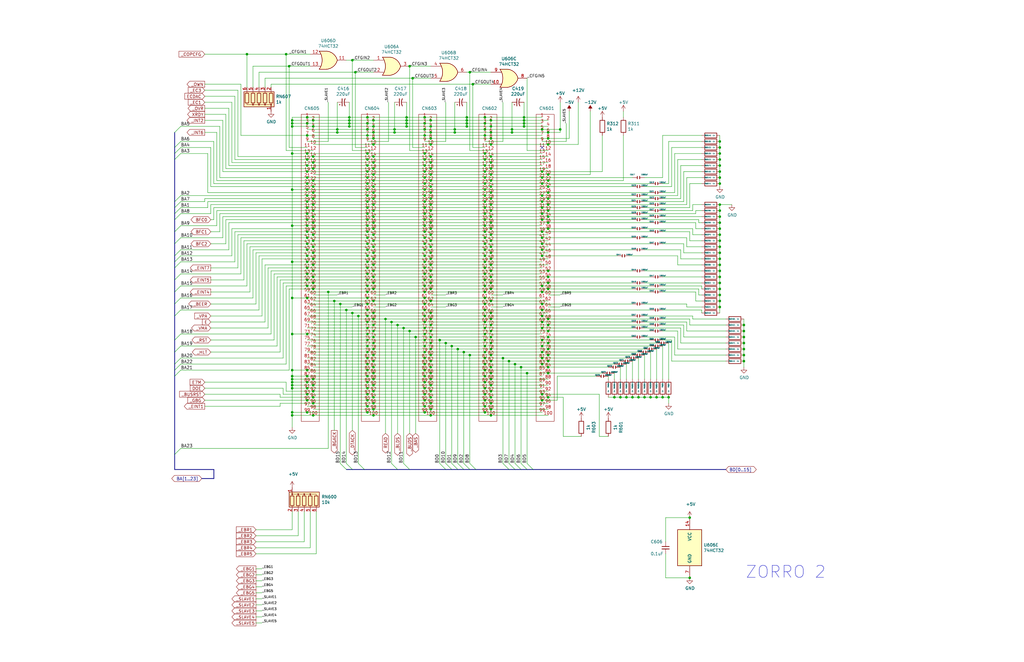
<source format=kicad_sch>
(kicad_sch (version 20231120) (generator "eeschema") (generator_version "8.0")
  (paper "B")
  (title_block (title "Amiga 2000 EATX") (date "2024-06-02") (rev "3.1"))
  (junction (at 228.6 138.43))
  (junction (at 259.08 167.64))
  (junction (at 154.94 97.79))
  (junction (at 154.94 151.13))
  (junction (at 228.6 102.87))
  (junction (at 228.6 97.79))
  (junction (at 181.61 86.36))
  (junction (at 172.72 27.94))
  (junction (at 154.94 57.15))
  (junction (at 154.94 123.19))
  (junction (at 181.61 162.56))
  (junction (at 207.01 96.52))
  (junction (at 157.48 149.86))
  (junction (at 132.08 167.64))
  (junction (at 207.01 162.56))
  (junction (at 215.9 55.88))
  (junction (at 132.08 78.74))
  (junction (at 181.61 127))
  (junction (at 157.48 160.02))
  (junction (at 290.83 243.84))
  (junction (at 154.94 148.59))
  (junction (at 132.08 66.04))
  (junction (at 154.94 130.81))
  (junction (at 181.61 78.74))
  (junction (at 204.47 166.37))
  (junction (at 271.78 167.64))
  (junction (at 215.9 54.61))
  (junction (at 204.47 123.19))
  (junction (at 179.07 168.91))
  (junction (at 231.14 86.36))
  (junction (at 154.94 64.77))
  (junction (at 132.08 68.58))
  (junction (at 154.94 74.93))
  (junction (at 207.01 71.12))
  (junction (at 179.07 92.71))
  (junction (at 179.07 105.41))
  (junction (at 207.01 154.94))
  (junction (at 204.47 135.89))
  (junction (at 231.14 152.4))
  (junction (at 179.07 90.17))
  (junction (at 146.05 130.81))
  (junction (at 157.48 121.92))
  (junction (at 157.48 101.6))
  (junction (at 207.01 86.36))
  (junction (at 154.94 146.05))
  (junction (at 129.54 113.03))
  (junction (at 303.53 104.14))
  (junction (at 123.19 125.73))
  (junction (at 154.94 173.99))
  (junction (at 231.14 134.62))
  (junction (at 154.94 67.31))
  (junction (at 204.47 74.93))
  (junction (at 181.61 50.8))
  (junction (at 204.47 52.07))
  (junction (at 181.61 111.76))
  (junction (at 204.47 107.95))
  (junction (at 171.45 52.07))
  (junction (at 157.48 93.98))
  (junction (at 228.6 105.41))
  (junction (at 157.48 134.62))
  (junction (at 181.61 157.48))
  (junction (at 179.07 161.29))
  (junction (at 207.01 73.66))
  (junction (at 199.39 35.56))
  (junction (at 179.07 97.79))
  (junction (at 204.47 85.09))
  (junction (at 181.61 109.22))
  (junction (at 207.01 50.8))
  (junction (at 157.48 71.12))
  (junction (at 179.07 163.83))
  (junction (at 154.94 161.29))
  (junction (at 181.61 68.58))
  (junction (at 129.54 80.01))
  (junction (at 269.24 167.64))
  (junction (at 313.69 149.86))
  (junction (at 181.61 142.24))
  (junction (at 207.01 116.84))
  (junction (at 129.54 72.39))
  (junction (at 132.08 114.3))
  (junction (at 231.14 147.32))
  (junction (at 129.54 161.29))
  (junction (at 148.59 132.08))
  (junction (at 132.08 96.52))
  (junction (at 154.94 135.89))
  (junction (at 207.01 134.62))
  (junction (at 228.6 168.91))
  (junction (at 123.19 110.49))
  (junction (at 154.94 140.97))
  (junction (at 303.53 69.85))
  (junction (at 204.47 140.97))
  (junction (at 154.94 92.71))
  (junction (at 171.45 49.53))
  (junction (at 132.08 53.34))
  (junction (at 220.98 53.34))
  (junction (at 207.01 109.22))
  (junction (at 228.6 85.09))
  (junction (at 207.01 88.9))
  (junction (at 179.07 130.81))
  (junction (at 179.07 173.99))
  (junction (at 132.08 165.1))
  (junction (at 179.07 125.73))
  (junction (at 228.6 77.47))
  (junction (at 207.01 53.34))
  (junction (at 207.01 76.2))
  (junction (at 179.07 57.15))
  (junction (at 123.19 163.83))
  (junction (at 154.94 128.27))
  (junction (at 207.01 60.96))
  (junction (at 179.07 123.19))
  (junction (at 196.85 53.34))
  (junction (at 181.61 149.86))
  (junction (at 129.54 168.91))
  (junction (at 154.94 87.63))
  (junction (at 204.47 100.33))
  (junction (at 217.17 153.67))
  (junction (at 228.6 130.81))
  (junction (at 207.01 175.26))
  (junction (at 154.94 95.25))
  (junction (at 207.01 147.32))
  (junction (at 132.08 101.6))
  (junction (at 157.48 53.34))
  (junction (at 207.01 114.3))
  (junction (at 181.61 60.96))
  (junction (at 154.94 107.95))
  (junction (at 157.48 172.72))
  (junction (at 172.72 139.7))
  (junction (at 220.98 49.53))
  (junction (at 228.6 54.61))
  (junction (at 181.61 104.14))
  (junction (at 154.94 158.75))
  (junction (at 228.6 74.93))
  (junction (at 179.07 171.45))
  (junction (at 129.54 110.49))
  (junction (at 204.47 151.13))
  (junction (at 129.54 49.53))
  (junction (at 179.07 67.31))
  (junction (at 313.69 137.16))
  (junction (at 132.08 121.92))
  (junction (at 181.61 58.42))
  (junction (at 228.6 148.59))
  (junction (at 303.53 96.52))
  (junction (at 129.54 156.21))
  (junction (at 231.14 137.16))
  (junction (at 157.48 55.88))
  (junction (at 154.94 168.91))
  (junction (at 181.61 134.62))
  (junction (at 123.19 80.01))
  (junction (at 207.01 137.16))
  (junction (at 154.94 125.73))
  (junction (at 196.85 49.53))
  (junction (at 132.08 119.38))
  (junction (at 157.48 132.08))
  (junction (at 204.47 95.25))
  (junction (at 179.07 166.37))
  (junction (at 129.54 92.71))
  (junction (at 204.47 49.53))
  (junction (at 303.53 111.76))
  (junction (at 147.32 53.34))
  (junction (at 179.07 72.39))
  (junction (at 303.53 62.23))
  (junction (at 179.07 69.85))
  (junction (at 204.47 163.83))
  (junction (at 181.61 96.52))
  (junction (at 129.54 115.57))
  (junction (at 231.14 149.86))
  (junction (at 207.01 139.7))
  (junction (at 129.54 64.77))
  (junction (at 204.47 125.73))
  (junction (at 154.94 143.51))
  (junction (at 179.07 80.01))
  (junction (at 181.61 66.04))
  (junction (at 231.14 93.98))
  (junction (at 228.6 128.27))
  (junction (at 123.19 173.99))
  (junction (at 157.48 68.58))
  (junction (at 231.14 76.2))
  (junction (at 214.63 152.4))
  (junction (at 132.08 162.56))
  (junction (at 191.77 54.61))
  (junction (at 132.08 76.2))
  (junction (at 228.6 133.35))
  (junction (at 129.54 105.41))
  (junction (at 179.07 85.09))
  (junction (at 123.19 158.75))
  (junction (at 290.83 218.44))
  (junction (at 154.94 171.45))
  (junction (at 303.53 99.06))
  (junction (at 231.14 114.3))
  (junction (at 313.69 152.4))
  (junction (at 207.01 127))
  (junction (at 179.07 54.61))
  (junction (at 154.94 113.03))
  (junction (at 179.07 113.03))
  (junction (at 179.07 115.57))
  (junction (at 179.07 64.77))
  (junction (at 204.47 110.49))
  (junction (at 204.47 54.61))
  (junction (at 132.08 71.12))
  (junction (at 129.54 82.55))
  (junction (at 154.94 69.85))
  (junction (at 303.53 116.84))
  (junction (at 204.47 82.55))
  (junction (at 228.6 82.55))
  (junction (at 228.6 146.05))
  (junction (at 198.12 30.48))
  (junction (at 140.97 127))
  (junction (at 204.47 118.11))
  (junction (at 157.48 144.78))
  (junction (at 198.12 149.86))
  (junction (at 104.14 22.86))
  (junction (at 179.07 143.51))
  (junction (at 154.94 166.37))
  (junction (at 207.01 104.14))
  (junction (at 129.54 125.73))
  (junction (at 142.24 55.88))
  (junction (at 181.61 93.98))
  (junction (at 129.54 85.09))
  (junction (at 181.61 55.88))
  (junction (at 157.48 157.48))
  (junction (at 157.48 86.36))
  (junction (at 207.01 149.86))
  (junction (at 154.94 110.49))
  (junction (at 154.94 82.55))
  (junction (at 166.37 55.88))
  (junction (at 231.14 157.48))
  (junction (at 157.48 96.52))
  (junction (at 204.47 146.05))
  (junction (at 154.94 102.87))
  (junction (at 179.07 158.75))
  (junction (at 154.94 118.11))
  (junction (at 231.14 139.7))
  (junction (at 157.48 170.18))
  (junction (at 231.14 142.24))
  (junction (at 181.61 114.3))
  (junction (at 187.96 144.78))
  (junction (at 129.54 120.65))
  (junction (at 132.08 106.68))
  (junction (at 181.61 144.78))
  (junction (at 204.47 148.59))
  (junction (at 157.48 73.66))
  (junction (at 129.54 67.31))
  (junction (at 129.54 163.83))
  (junction (at 157.48 60.96))
  (junction (at 212.09 151.13))
  (junction (at 193.04 147.32))
  (junction (at 204.47 143.51))
  (junction (at 303.53 88.9))
  (junction (at 132.08 111.76))
  (junction (at 207.01 58.42))
  (junction (at 266.7 167.64))
  (junction (at 204.47 120.65))
  (junction (at 132.08 86.36))
  (junction (at 179.07 110.49))
  (junction (at 207.01 167.64))
  (junction (at 154.94 153.67))
  (junction (at 236.22 54.61))
  (junction (at 157.48 81.28))
  (junction (at 207.01 106.68))
  (junction (at 204.47 72.39))
  (junction (at 132.08 99.06))
  (junction (at 154.94 54.61))
  (junction (at 303.53 121.92))
  (junction (at 228.6 166.37))
  (junction (at 157.48 50.8))
  (junction (at 179.07 140.97))
  (junction (at 154.94 100.33))
  (junction (at 231.14 144.78))
  (junction (at 179.07 95.25))
  (junction (at 129.54 57.15))
  (junction (at 154.94 52.07))
  (junction (at 228.6 87.63))
  (junction (at 132.08 83.82))
  (junction (at 231.14 73.66))
  (junction (at 207.01 55.88))
  (junction (at 313.69 147.32))
  (junction (at 181.61 99.06))
  (junction (at 129.54 77.47))
  (junction (at 179.07 120.65))
  (junction (at 207.01 101.6))
  (junction (at 303.53 129.54))
  (junction (at 154.94 85.09))
  (junction (at 303.53 64.77))
  (junction (at 147.32 49.53))
  (junction (at 179.07 118.11))
  (junction (at 129.54 102.87))
  (junction (at 231.14 88.9))
  (junction (at 157.48 154.94))
  (junction (at 204.47 90.17))
  (junction (at 279.4 167.64))
  (junction (at 132.08 81.28))
  (junction (at 157.48 127))
  (junction (at 204.47 105.41))
  (junction (at 204.47 57.15))
  (junction (at 132.08 91.44))
  (junction (at 204.47 173.99))
  (junction (at 303.53 59.69))
  (junction (at 220.98 50.8))
  (junction (at 129.54 52.07))
  (junction (at 207.01 144.78))
  (junction (at 132.08 109.22))
  (junction (at 123.19 175.26))
  (junction (at 157.48 106.68))
  (junction (at 147.32 50.8))
  (junction (at 231.14 78.74))
  (junction (at 303.53 101.6))
  (junction (at 181.61 91.44))
  (junction (at 123.19 95.25))
  (junction (at 154.94 90.17))
  (junction (at 228.6 92.71))
  (junction (at 207.01 91.44))
  (junction (at 143.51 128.27))
  (junction (at 157.48 152.4))
  (junction (at 303.53 77.47))
  (junction (at 157.48 91.44))
  (junction (at 129.54 97.79))
  (junction (at 204.47 158.75))
  (junction (at 231.14 116.84))
  (junction (at 181.61 76.2))
  (junction (at 181.61 160.02))
  (junction (at 129.54 90.17))
  (junction (at 207.01 93.98))
  (junction (at 181.61 175.26))
  (junction (at 170.18 138.43))
  (junction (at 154.94 77.47))
  (junction (at 167.64 137.16))
  (junction (at 204.47 171.45))
  (junction (at 207.01 81.28))
  (junction (at 123.19 64.77))
  (junction (at 207.01 142.24))
  (junction (at 154.94 133.35))
  (junction (at 181.61 139.7))
  (junction (at 220.98 52.07))
  (junction (at 123.19 162.56))
  (junction (at 207.01 172.72))
  (junction (at 274.32 167.64))
  (junction (at 157.48 147.32))
  (junction (at 157.48 76.2))
  (junction (at 303.53 124.46))
  (junction (at 181.61 116.84))
  (junction (at 303.53 93.98))
  (junction (at 303.53 72.39))
  (junction (at 129.54 140.97))
  (junction (at 207.01 83.82))
  (junction (at 228.6 151.13))
  (junction (at 181.61 154.94))
  (junction (at 148.59 25.4))
  (junction (at 181.61 170.18))
  (junction (at 204.47 69.85))
  (junction (at 228.6 90.17))
  (junction (at 204.47 67.31))
  (junction (at 129.54 69.85))
  (junction (at 207.01 78.74))
  (junction (at 228.6 143.51))
  (junction (at 231.14 60.96))
  (junction (at 165.1 135.89))
  (junction (at 303.53 109.22))
  (junction (at 181.61 152.4))
  (junction (at 157.48 116.84))
  (junction (at 157.48 139.7))
  (junction (at 207.01 165.1))
  (junction (at 157.48 119.38))
  (junction (at 303.53 114.3))
  (junction (at 303.53 106.68))
  (junction (at 154.94 115.57))
  (junction (at 157.48 88.9))
  (junction (at 129.54 166.37))
  (junction (at 231.14 119.38))
  (junction (at 138.43 123.19))
  (junction (at 157.48 167.64))
  (junction (at 173.99 33.02))
  (junction (at 313.69 139.7))
  (junction (at 179.07 128.27))
  (junction (at 204.47 77.47))
  (junction (at 171.45 50.8))
  (junction (at 231.14 55.88))
  (junction (at 204.47 80.01))
  (junction (at 207.01 99.06))
  (junction (at 179.07 153.67))
  (junction (at 179.07 151.13))
  (junction (at 123.19 156.21))
  (junction (at 157.48 83.82))
  (junction (at 181.61 83.82))
  (junction (at 181.61 121.92))
  (junction (at 231.14 154.94))
  (junction (at 181.61 101.6))
  (junction (at 132.08 175.26))
  (junction (at 179.07 82.55))
  (junction (at 179.07 146.05))
  (junction (at 132.08 88.9))
  (junction (at 204.47 87.63))
  (junction (at 129.54 74.93))
  (junction (at 228.6 135.89))
  (junction (at 303.53 86.36))
  (junction (at 207.01 132.08))
  (junction (at 231.14 91.44))
  (junction (at 204.47 92.71))
  (junction (at 179.07 74.93))
  (junction (at 132.08 116.84))
  (junction (at 207.01 111.76))
  (junction (at 121.92 27.94))
  (junction (at 129.54 118.11))
  (junction (at 154.94 49.53))
  (junction (at 181.61 132.08))
  (junction (at 154.94 163.83))
  (junction (at 157.48 111.76))
  (junction (at 204.47 113.03))
  (junction (at 154.94 80.01))
  (junction (at 181.61 167.64))
  (junction (at 154.94 72.39))
  (junction (at 196.85 50.8))
  (junction (at 129.54 173.99))
  (junction (at 204.47 168.91))
  (junction (at 181.61 71.12))
  (junction (at 129.54 87.63))
  (junction (at 207.01 66.04))
  (junction (at 154.94 120.65))
  (junction (at 181.61 106.68))
  (junction (at 303.53 67.31))
  (junction (at 151.13 133.35))
  (junction (at 179.07 49.53))
  (junction (at 179.07 138.43))
  (junction (at 181.61 137.16))
  (junction (at 162.56 134.62))
  (junction (at 204.47 130.81))
  (junction (at 157.48 58.42))
  (junction (at 157.48 109.22))
  (junction (at 129.54 158.75))
  (junction (at 228.6 123.19))
  (junction (at 231.14 81.28))
  (junction (at 179.07 102.87))
  (junction (at 181.61 172.72))
  (junction (at 129.54 95.25))
  (junction (at 171.45 53.34))
  (junction (at 303.53 127))
  (junction (at 207.01 170.18))
  (junction (at 204.47 153.67))
  (junction (at 157.48 104.14))
  (junction (at 181.61 53.34))
  (junction (at 207.01 152.4))
  (junction (at 313.69 142.24))
  (junction (at 207.01 68.58))
  (junction (at 181.61 165.1))
  (junction (at 179.07 156.21))
  (junction (at 228.6 72.39))
  (junction (at 123.19 140.97))
  (junction (at 231.14 121.92))
  (junction (at 123.19 52.07))
  (junction (at 166.37 54.61))
  (junction (at 123.19 161.29))
  (junction (at 179.07 148.59))
  (junction (at 195.58 148.59))
  (junction (at 222.25 157.48))
  (junction (at 231.14 167.64))
  (junction (at 303.53 74.93))
  (junction (at 231.14 96.52))
  (junction (at 132.08 93.98))
  (junction (at 157.48 66.04))
  (junction (at 207.01 119.38))
  (junction (at 157.48 175.26))
  (junction (at 179.07 77.47))
  (junction (at 231.14 83.82))
  (junction (at 181.61 88.9))
  (junction (at 207.01 121.92))
  (junction (at 179.07 52.07))
  (junction (at 123.19 53.34))
  (junction (at 154.94 156.21))
  (junction (at 228.6 120.65))
  (junction (at 207.01 157.48))
  (junction (at 129.54 100.33))
  (junction (at 132.08 170.18))
  (junction (at 204.47 64.77))
  (junction (at 154.94 138.43))
  (junction (at 228.6 107.95))
  (junction (at 157.48 137.16))
  (junction (at 142.24 54.61))
  (junction (at 157.48 99.06))
  (junction (at 264.16 167.64))
  (junction (at 231.14 58.42))
  (junction (at 204.47 115.57))
  (junction (at 132.08 160.02))
  (junction (at 204.47 133.35))
  (junction (at 261.62 167.64))
  (junction (at 204.47 97.79))
  (junction (at 175.26 142.24))
  (junction (at 204.47 156.21))
  (junction (at 204.47 138.43))
  (junction (at 147.32 52.07))
  (junction (at 313.69 144.78))
  (junction (at 179.07 133.35))
  (junction (at 120.65 22.86))
  (junction (at 154.94 105.41))
  (junction (at 132.08 104.14))
  (junction (at 179.07 135.89))
  (junction (at 132.08 50.8))
  (junction (at 303.53 119.38))
  (junction (at 149.86 30.48))
  (junction (at 185.42 143.51))
  (junction (at 129.54 107.95))
  (junction (at 179.07 87.63))
  (junction (at 157.48 165.1))
  (junction (at 157.48 78.74))
  (junction (at 179.07 107.95))
  (junction (at 123.19 160.02))
  (junction (at 157.48 162.56))
  (junction (at 191.77 55.88))
  (junction (at 157.48 142.24))
  (junction (at 204.47 128.27))
  (junction (at 181.61 119.38))
  (junction (at 181.61 147.32))
  (junction (at 276.86 167.64))
  (junction (at 303.53 91.44))
  (junction (at 123.19 50.8))
  (junction (at 181.61 73.66))
  (junction (at 207.01 160.02))
  (junction (at 204.47 161.29))
  (junction (at 181.61 81.28))
  (junction (at 281.94 167.64))
  (junction (at 179.07 100.33))
  (junction (at 196.85 52.07))
  (junction (at 204.47 102.87))
  (junction (at 228.6 153.67))
  (junction (at 190.5 146.05))
  (junction (at 157.48 114.3))
  (junction (at 228.6 100.33))
  (junction (at 219.71 154.94))
  (no_connect (at 228.6 62.23))
  (bus_entry (at 76.2 82.55) (size -2.54 2.54))
  (bus_entry (at 76.2 62.23) (size -2.54 2.54))
  (bus_entry (at 76.2 146.05) (size -2.54 2.54))
  (bus_entry (at 76.2 107.95) (size -2.54 2.54))
  (bus_entry (at 76.2 115.57) (size -2.54 2.54))
  (bus_entry (at 217.17 195.58) (size 2.54 2.54))
  (bus_entry (at 76.2 64.77) (size -2.54 2.54))
  (bus_entry (at 76.2 59.69) (size -2.54 2.54))
  (bus_entry (at 76.2 120.65) (size -2.54 2.54))
  (bus_entry (at 76.2 87.63) (size -2.54 2.54))
  (bus_entry (at 187.96 195.58) (size 2.54 2.54))
  (bus_entry (at 76.2 140.97) (size -2.54 2.54))
  (bus_entry (at 76.2 85.09) (size -2.54 2.54))
  (bus_entry (at 151.13 195.58) (size 2.54 2.54))
  (bus_entry (at 170.18 195.58) (size 2.54 2.54))
  (bus_entry (at 76.2 130.81) (size -2.54 2.54))
  (bus_entry (at 76.2 151.13) (size -2.54 2.54))
  (bus_entry (at 76.2 95.25) (size -2.54 2.54))
  (bus_entry (at 76.2 153.67) (size -2.54 2.54))
  (bus_entry (at 146.05 195.58) (size 2.54 2.54))
  (bus_entry (at 73.66 55.88) (size 2.54 -2.54))
  (bus_entry (at 76.2 125.73) (size -2.54 2.54))
  (bus_entry (at 195.58 195.58) (size 2.54 2.54))
  (bus_entry (at 76.2 105.41) (size -2.54 2.54))
  (bus_entry (at 76.2 189.23) (size -2.54 2.54))
  (bus_entry (at 76.2 100.33) (size -2.54 2.54))
  (bus_entry (at 198.12 195.58) (size 2.54 2.54))
  (bus_entry (at 214.63 195.58) (size 2.54 2.54))
  (bus_entry (at 193.04 195.58) (size 2.54 2.54))
  (bus_entry (at 222.25 195.58) (size 2.54 2.54))
  (bus_entry (at 212.09 195.58) (size 2.54 2.54))
  (bus_entry (at 165.1 195.58) (size 2.54 2.54))
  (bus_entry (at 76.2 110.49) (size -2.54 2.54))
  (bus_entry (at 190.5 195.58) (size 2.54 2.54))
  (bus_entry (at 143.51 195.58) (size 2.54 2.54))
  (bus_entry (at 76.2 156.21) (size -2.54 2.54))
  (bus_entry (at 219.71 195.58) (size 2.54 2.54))
  (bus_entry (at 185.42 195.58) (size 2.54 2.54))
  (bus_entry (at 76.2 90.17) (size -2.54 2.54))
  (bus (pts (xy 73.66 64.77) (xy 73.66 67.31)))
  (wire (pts (xy 285.75 139.7) (xy 285.75 147.32)))
  (wire (pts (xy 231.14 167.64) (xy 237.49 167.64)))
  (bus (pts (xy 198.12 198.12) (xy 200.66 198.12)))
  (wire (pts (xy 271.78 74.93) (xy 279.4 74.93)))
  (bus (pts (xy 73.66 143.51) (xy 73.66 148.59)))
  (wire (pts (xy 114.3 35.56) (xy 199.39 35.56)))
  (wire (pts (xy 228.6 110.49) (xy 204.47 110.49)))
  (wire (pts (xy 260.35 107.95) (xy 228.6 107.95)))
  (wire (pts (xy 107.95 128.27) (xy 107.95 106.68)))
  (wire (pts (xy 91.44 76.2) (xy 91.44 55.88)))
  (wire (pts (xy 303.53 116.84) (xy 303.53 114.3)))
  (wire (pts (xy 179.07 113.03) (xy 154.94 113.03)))
  (wire (pts (xy 120.65 161.29) (xy 86.36 161.29)))
  (wire (pts (xy 231.14 73.66) (xy 207.01 73.66)))
  (wire (pts (xy 231.14 152.4) (xy 261.62 152.4)))
  (wire (pts (xy 107.95 231.14) (xy 130.81 231.14)))
  (wire (pts (xy 204.47 148.59) (xy 228.6 148.59)))
  (wire (pts (xy 228.6 107.95) (xy 204.47 107.95)))
  (wire (pts (xy 231.14 81.28) (xy 207.01 81.28)))
  (wire (pts (xy 154.94 140.97) (xy 179.07 140.97)))
  (bus (pts (xy 222.25 198.12) (xy 224.79 198.12)))
  (wire (pts (xy 228.6 113.03) (xy 204.47 113.03)))
  (wire (pts (xy 228.6 90.17) (xy 204.47 90.17)))
  (wire (pts (xy 130.81 22.86) (xy 120.65 22.86)))
  (wire (pts (xy 265.43 107.95) (xy 285.75 107.95)))
  (wire (pts (xy 181.61 142.24) (xy 175.26 142.24)))
  (wire (pts (xy 167.64 137.16) (xy 181.61 137.16)))
  (wire (pts (xy 129.54 146.05) (xy 154.94 146.05)))
  (wire (pts (xy 220.98 43.18) (xy 220.98 49.53)))
  (wire (pts (xy 157.48 144.78) (xy 132.08 144.78)))
  (wire (pts (xy 303.53 86.36) (xy 303.53 88.9)))
  (wire (pts (xy 132.08 106.68) (xy 157.48 106.68)))
  (wire (pts (xy 123.19 49.53) (xy 123.19 50.8)))
  (wire (pts (xy 243.84 60.96) (xy 243.84 43.18)))
  (wire (pts (xy 86.36 85.09) (xy 76.2 85.09)))
  (wire (pts (xy 204.47 146.05) (xy 228.6 146.05)))
  (wire (pts (xy 279.4 81.28) (xy 284.48 81.28)))
  (wire (pts (xy 132.08 124.46) (xy 142.24 124.46)))
  (wire (pts (xy 95.25 48.26) (xy 95.25 71.12)))
  (wire (pts (xy 222.25 157.48) (xy 207.01 157.48)))
  (wire (pts (xy 100.33 66.04) (xy 100.33 38.1)))
  (wire (pts (xy 76.2 125.73) (xy 106.68 125.73)))
  (wire (pts (xy 179.07 166.37) (xy 204.47 166.37)))
  (wire (pts (xy 179.07 125.73) (xy 154.94 125.73)))
  (wire (pts (xy 271.78 90.17) (xy 293.37 90.17)))
  (wire (pts (xy 157.48 73.66) (xy 132.08 73.66)))
  (wire (pts (xy 231.14 137.16) (xy 207.01 137.16)))
  (wire (pts (xy 181.61 149.86) (xy 157.48 149.86)))
  (bus (pts (xy 153.67 198.12) (xy 167.64 198.12)))
  (wire (pts (xy 119.38 166.37) (xy 119.38 163.83)))
  (wire (pts (xy 154.94 100.33) (xy 129.54 100.33)))
  (wire (pts (xy 283.21 78.74) (xy 283.21 62.23)))
  (wire (pts (xy 179.07 74.93) (xy 204.47 74.93)))
  (wire (pts (xy 128.27 215.9) (xy 128.27 228.6)))
  (wire (pts (xy 231.14 154.94) (xy 219.71 154.94)))
  (wire (pts (xy 290.83 77.47) (xy 295.91 77.47)))
  (wire (pts (xy 181.61 157.48) (xy 157.48 157.48)))
  (wire (pts (xy 207.01 76.2) (xy 181.61 76.2)))
  (wire (pts (xy 157.48 121.92) (xy 181.61 121.92)))
  (wire (pts (xy 196.85 52.07) (xy 196.85 53.34)))
  (wire (pts (xy 121.92 27.94) (xy 130.81 27.94)))
  (wire (pts (xy 148.59 181.61) (xy 148.59 132.08)))
  (wire (pts (xy 154.94 173.99) (xy 179.07 173.99)))
  (wire (pts (xy 154.94 161.29) (xy 179.07 161.29)))
  (wire (pts (xy 198.12 30.48) (xy 207.01 30.48)))
  (wire (pts (xy 215.9 43.18) (xy 215.9 54.61)))
  (wire (pts (xy 123.19 173.99) (xy 123.19 175.26)))
  (wire (pts (xy 293.37 123.19) (xy 293.37 127)))
  (wire (pts (xy 281.94 144.78) (xy 281.94 160.02)))
  (wire (pts (xy 171.45 53.34) (xy 181.61 53.34)))
  (wire (pts (xy 110.49 109.22) (xy 132.08 109.22)))
  (wire (pts (xy 231.14 91.44) (xy 274.32 91.44)))
  (wire (pts (xy 217.17 153.67) (xy 217.17 195.58)))
  (wire (pts (xy 228.6 105.41) (xy 204.47 105.41)))
  (wire (pts (xy 207.01 91.44) (xy 231.14 91.44)))
  (wire (pts (xy 231.14 114.3) (xy 266.7 114.3)))
  (wire (pts (xy 281.94 59.69) (xy 295.91 59.69)))
  (wire (pts (xy 303.53 62.23) (xy 303.53 59.69)))
  (wire (pts (xy 157.48 119.38) (xy 181.61 119.38)))
  (wire (pts (xy 204.47 138.43) (xy 228.6 138.43)))
  (wire (pts (xy 154.94 133.35) (xy 179.07 133.35)))
  (wire (pts (xy 259.08 167.64) (xy 261.62 167.64)))
  (wire (pts (xy 181.61 167.64) (xy 157.48 167.64)))
  (wire (pts (xy 293.37 96.52) (xy 295.91 96.52)))
  (wire (pts (xy 185.42 143.51) (xy 204.47 143.51)))
  (wire (pts (xy 76.2 82.55) (xy 129.54 82.55)))
  (wire (pts (xy 195.58 148.59) (xy 195.58 195.58)))
  (wire (pts (xy 123.19 125.73) (xy 123.19 140.97)))
  (wire (pts (xy 231.14 76.2) (xy 262.89 76.2)))
  (wire (pts (xy 116.84 146.05) (xy 116.84 116.84)))
  (wire (pts (xy 231.14 170.18) (xy 207.01 170.18)))
  (wire (pts (xy 87.63 64.77) (xy 87.63 81.28)))
  (wire (pts (xy 157.48 129.54) (xy 162.56 129.54)))
  (wire (pts (xy 231.14 78.74) (xy 207.01 78.74)))
  (bus (pts (xy 172.72 198.12) (xy 187.96 198.12)))
  (wire (pts (xy 154.94 102.87) (xy 129.54 102.87)))
  (wire (pts (xy 119.38 151.13) (xy 119.38 119.38)))
  (wire (pts (xy 101.6 100.33) (xy 129.54 100.33)))
  (wire (pts (xy 289.56 139.7) (xy 306.07 139.7)))
  (wire (pts (xy 114.3 36.83) (xy 114.3 35.56)))
  (wire (pts (xy 118.11 171.45) (xy 86.36 171.45)))
  (bus (pts (xy 73.66 110.49) (xy 73.66 113.03)))
  (wire (pts (xy 96.52 105.41) (xy 96.52 93.98)))
  (bus (pts (xy 73.66 128.27) (xy 73.66 133.35)))
  (wire (pts (xy 195.58 148.59) (xy 204.47 148.59)))
  (wire (pts (xy 207.01 132.08) (xy 181.61 132.08)))
  (wire (pts (xy 163.83 59.69) (xy 163.83 43.18)))
  (wire (pts (xy 92.71 90.17) (xy 129.54 90.17)))
  (wire (pts (xy 154.94 156.21) (xy 179.07 156.21)))
  (wire (pts (xy 181.61 109.22) (xy 207.01 109.22)))
  (wire (pts (xy 222.25 157.48) (xy 222.25 195.58)))
  (wire (pts (xy 207.01 101.6) (xy 231.14 101.6)))
  (wire (pts (xy 138.43 59.69) (xy 138.43 43.18)))
  (wire (pts (xy 196.85 43.18) (xy 196.85 49.53)))
  (wire (pts (xy 97.79 43.18) (xy 86.36 43.18)))
  (bus (pts (xy 73.66 118.11) (xy 73.66 123.19)))
  (wire (pts (xy 111.76 111.76) (xy 132.08 111.76)))
  (wire (pts (xy 88.9 148.59) (xy 118.11 148.59)))
  (wire (pts (xy 170.18 138.43) (xy 170.18 195.58)))
  (wire (pts (xy 99.06 110.49) (xy 99.06 97.79)))
  (wire (pts (xy 207.01 55.88) (xy 191.77 55.88)))
  (wire (pts (xy 204.47 158.75) (xy 228.6 158.75)))
  (wire (pts (xy 132.08 132.08) (xy 148.59 132.08)))
  (wire (pts (xy 271.78 78.74) (xy 283.21 78.74)))
  (wire (pts (xy 154.94 97.79) (xy 129.54 97.79)))
  (wire (pts (xy 220.98 50.8) (xy 220.98 52.07)))
  (wire (pts (xy 289.56 135.89) (xy 289.56 139.7)))
  (wire (pts (xy 179.07 77.47) (xy 204.47 77.47)))
  (wire (pts (xy 129.54 158.75) (xy 123.19 158.75)))
  (wire (pts (xy 157.48 66.04) (xy 132.08 66.04)))
  (wire (pts (xy 181.61 116.84) (xy 207.01 116.84)))
  (wire (pts (xy 106.68 27.94) (xy 121.92 27.94)))
  (wire (pts (xy 157.48 58.42) (xy 132.08 58.42)))
  (wire (pts (xy 109.22 107.95) (xy 129.54 107.95)))
  (wire (pts (xy 132.08 50.8) (xy 123.19 50.8)))
  (wire (pts (xy 106.68 36.83) (xy 106.68 27.94)))
  (wire (pts (xy 154.94 52.07) (xy 171.45 52.07)))
  (wire (pts (xy 288.29 72.39) (xy 295.91 72.39)))
  (wire (pts (xy 157.48 162.56) (xy 132.08 162.56)))
  (wire (pts (xy 101.6 57.15) (xy 129.54 57.15)))
  (wire (pts (xy 107.95 228.6) (xy 128.27 228.6)))
  (wire (pts (xy 234.95 168.91) (xy 234.95 158.75)))
  (wire (pts (xy 204.47 143.51) (xy 228.6 143.51)))
  (wire (pts (xy 173.99 33.02) (xy 111.76 33.02)))
  (wire (pts (xy 181.61 121.92) (xy 207.01 121.92)))
  (wire (pts (xy 204.47 128.27) (xy 179.07 128.27)))
  (wire (pts (xy 172.72 182.88) (xy 172.72 139.7)))
  (wire (pts (xy 231.14 71.12) (xy 207.01 71.12)))
  (wire (pts (xy 196.85 49.53) (xy 204.47 49.53)))
  (wire (pts (xy 262.89 49.53) (xy 262.89 46.99)))
  (wire (pts (xy 157.48 147.32) (xy 132.08 147.32)))
  (wire (pts (xy 179.07 151.13) (xy 204.47 151.13)))
  (wire (pts (xy 154.94 133.35) (xy 151.13 133.35)))
  (wire (pts (xy 157.48 60.96) (xy 181.61 60.96)))
  (wire (pts (xy 154.94 74.93) (xy 179.07 74.93)))
  (wire (pts (xy 76.2 107.95) (xy 97.79 107.95)))
  (wire (pts (xy 76.2 120.65) (xy 104.14 120.65)))
  (wire (pts (xy 102.87 101.6) (xy 132.08 101.6)))
  (wire (pts (xy 157.48 170.18) (xy 132.08 170.18)))
  (wire (pts (xy 207.01 116.84) (xy 231.14 116.84)))
  (wire (pts (xy 269.24 148.59) (xy 228.6 148.59)))
  (wire (pts (xy 154.94 80.01) (xy 179.07 80.01)))
  (wire (pts (xy 123.19 163.83) (xy 123.19 173.99)))
  (wire (pts (xy 271.78 114.3) (xy 295.91 114.3)))
  (wire (pts (xy 88.9 97.79) (xy 92.71 97.79)))
  (wire (pts (xy 204.47 123.19) (xy 179.07 123.19)))
  (wire (pts (xy 179.07 64.77) (xy 204.47 64.77)))
  (wire (pts (xy 87.63 85.09) (xy 129.54 85.09)))
  (wire (pts (xy 303.53 86.36) (xy 308.61 86.36)))
  (bus (pts (xy 190.5 198.12) (xy 193.04 198.12)))
  (wire (pts (xy 288.29 85.09) (xy 288.29 72.39)))
  (wire (pts (xy 215.9 55.88) (xy 207.01 55.88)))
  (wire (pts (xy 207.01 160.02) (xy 181.61 160.02)))
  (wire (pts (xy 207.01 99.06) (xy 231.14 99.06)))
  (wire (pts (xy 179.07 85.09) (xy 204.47 85.09)))
  (wire (pts (xy 101.6 115.57) (xy 101.6 100.33)))
  (wire (pts (xy 147.32 50.8) (xy 132.08 50.8)))
  (wire (pts (xy 207.01 81.28) (xy 181.61 81.28)))
  (wire (pts (xy 179.07 173.99) (xy 204.47 173.99)))
  (wire (pts (xy 289.56 129.54) (xy 295.91 129.54)))
  (wire (pts (xy 154.94 171.45) (xy 179.07 171.45)))
  (wire (pts (xy 129.54 128.27) (xy 143.51 128.27)))
  (wire (pts (xy 191.77 43.18) (xy 191.77 54.61)))
  (wire (pts (xy 204.47 67.31) (xy 228.6 67.31)))
  (wire (pts (xy 123.19 95.25) (xy 123.19 110.49)))
  (wire (pts (xy 93.98 91.44) (xy 132.08 91.44)))
  (wire (pts (xy 199.39 35.56) (xy 207.01 35.56)))
  (wire (pts (xy 157.48 99.06) (xy 181.61 99.06)))
  (wire (pts (xy 251.46 158.75) (xy 234.95 158.75)))
  (wire (pts (xy 76.2 156.21) (xy 121.92 156.21)))
  (wire (pts (xy 154.94 153.67) (xy 179.07 153.67)))
  (wire (pts (xy 154.94 120.65) (xy 129.54 120.65)))
  (wire (pts (xy 289.56 100.33) (xy 289.56 104.14)))
  (wire (pts (xy 147.32 49.53) (xy 154.94 49.53)))
  (wire (pts (xy 204.47 87.63) (xy 179.07 87.63)))
  (wire (pts (xy 175.26 142.24) (xy 157.48 142.24)))
  (wire (pts (xy 129.54 80.01) (xy 154.94 80.01)))
  (wire (pts (xy 204.47 151.13) (xy 212.09 151.13)))
  (wire (pts (xy 157.48 93.98) (xy 181.61 93.98)))
  (wire (pts (xy 204.47 92.71) (xy 179.07 92.71)))
  (wire (pts (xy 129.54 67.31) (xy 154.94 67.31)))
  (wire (pts (xy 179.07 59.69) (xy 187.96 59.69)))
  (wire (pts (xy 219.71 154.94) (xy 207.01 154.94)))
  (wire (pts (xy 123.19 160.02) (xy 123.19 161.29)))
  (wire (pts (xy 179.07 80.01) (xy 204.47 80.01)))
  (wire (pts (xy 231.14 50.8) (xy 220.98 50.8)))
  (wire (pts (xy 228.6 92.71) (xy 266.7 92.71)))
  (wire (pts (xy 231.14 88.9) (xy 274.32 88.9)))
  (wire (pts (xy 231.14 86.36) (xy 207.01 86.36)))
  (wire (pts (xy 109.22 30.48) (xy 149.86 30.48)))
  (wire (pts (xy 129.54 95.25) (xy 123.19 95.25)))
  (wire (pts (xy 130.81 231.14) (xy 130.81 215.9)))
  (wire (pts (xy 207.01 124.46) (xy 212.09 124.46)))
  (wire (pts (xy 228.6 72.39) (xy 254 72.39)))
  (wire (pts (xy 132.08 101.6) (xy 157.48 101.6)))
  (wire (pts (xy 104.14 36.83) (xy 104.14 22.86)))
  (wire (pts (xy 88.9 86.36) (xy 88.9 90.17)))
  (wire (pts (xy 285.75 111.76) (xy 295.91 111.76)))
  (wire (pts (xy 129.54 143.51) (xy 154.94 143.51)))
  (wire (pts (xy 148.59 63.5) (xy 148.59 25.4)))
  (bus (pts (xy 73.66 148.59) (xy 73.66 153.67)))
  (wire (pts (xy 132.08 109.22) (xy 157.48 109.22)))
  (wire (pts (xy 146.05 130.81) (xy 154.94 130.81)))
  (wire (pts (xy 190.5 146.05) (xy 190.5 195.58)))
  (wire (pts (xy 231.14 175.26) (xy 207.01 175.26)))
  (wire (pts (xy 132.08 175.26) (xy 123.19 175.26)))
  (wire (pts (xy 167.64 182.88) (xy 167.64 137.16)))
  (bus (pts (xy 73.66 62.23) (xy 73.66 64.77)))
  (wire (pts (xy 154.94 49.53) (xy 171.45 49.53)))
  (wire (pts (xy 204.47 163.83) (xy 228.6 163.83)))
  (wire (pts (xy 231.14 162.56) (xy 207.01 162.56)))
  (wire (pts (xy 123.19 64.77) (xy 123.19 80.01)))
  (wire (pts (xy 181.61 106.68) (xy 207.01 106.68)))
  (wire (pts (xy 303.53 114.3) (xy 303.53 111.76)))
  (wire (pts (xy 129.54 74.93) (xy 92.71 74.93)))
  (bus (pts (xy 73.66 153.67) (xy 73.66 156.21)))
  (wire (pts (xy 204.47 110.49) (xy 179.07 110.49)))
  (wire (pts (xy 157.48 76.2) (xy 132.08 76.2)))
  (wire (pts (xy 198.12 149.86) (xy 181.61 149.86)))
  (wire (pts (xy 204.47 82.55) (xy 228.6 82.55)))
  (wire (pts (xy 107.95 252.73) (xy 110.49 252.73)))
  (wire (pts (xy 204.47 171.45) (xy 228.6 171.45)))
  (wire (pts (xy 288.29 106.68) (xy 295.91 106.68)))
  (wire (pts (xy 289.56 86.36) (xy 289.56 74.93)))
  (wire (pts (xy 157.48 101.6) (xy 181.61 101.6)))
  (bus (pts (xy 148.59 198.12) (xy 153.67 198.12)))
  (wire (pts (xy 154.94 105.41) (xy 129.54 105.41)))
  (wire (pts (xy 132.08 104.14) (xy 157.48 104.14)))
  (wire (pts (xy 154.94 64.77) (xy 179.07 64.77)))
  (bus (pts (xy 73.66 113.03) (xy 73.66 118.11)))
  (wire (pts (xy 237.49 167.64) (xy 237.49 184.15)))
  (wire (pts (xy 129.54 52.07) (xy 147.32 52.07)))
  (wire (pts (xy 228.6 125.73) (xy 204.47 125.73)))
  (wire (pts (xy 179.07 49.53) (xy 196.85 49.53)))
  (wire (pts (xy 154.94 163.83) (xy 179.07 163.83)))
  (wire (pts (xy 76.2 100.33) (xy 93.98 100.33)))
  (wire (pts (xy 231.14 132.08) (xy 207.01 132.08)))
  (wire (pts (xy 207.01 162.56) (xy 181.61 162.56)))
  (wire (pts (xy 118.11 118.11) (xy 129.54 118.11)))
  (wire (pts (xy 287.02 144.78) (xy 306.07 144.78)))
  (wire (pts (xy 215.9 54.61) (xy 228.6 54.61)))
  (wire (pts (xy 284.48 81.28) (xy 284.48 64.77)))
  (wire (pts (xy 303.53 74.93) (xy 303.53 72.39)))
  (wire (pts (xy 132.08 63.5) (xy 120.65 63.5)))
  (wire (pts (xy 181.61 63.5) (xy 172.72 63.5)))
  (bus (pts (xy 146.05 198.12) (xy 148.59 198.12)))
  (wire (pts (xy 181.61 81.28) (xy 157.48 81.28)))
  (wire (pts (xy 129.54 64.77) (xy 154.94 64.77)))
  (wire (pts (xy 181.61 53.34) (xy 196.85 53.34)))
  (wire (pts (xy 281.94 167.64) (xy 281.94 170.18)))
  (wire (pts (xy 157.48 88.9) (xy 181.61 88.9)))
  (wire (pts (xy 292.1 134.62) (xy 306.07 134.62)))
  (wire (pts (xy 179.07 62.23) (xy 173.99 62.23)))
  (wire (pts (xy 96.52 45.72) (xy 96.52 69.85)))
  (wire (pts (xy 228.6 97.79) (xy 274.32 97.79)))
  (wire (pts (xy 181.61 101.6) (xy 207.01 101.6)))
  (wire (pts (xy 231.14 157.48) (xy 222.25 157.48)))
  (wire (pts (xy 204.47 153.67) (xy 217.17 153.67)))
  (wire (pts (xy 279.4 123.19) (xy 293.37 123.19)))
  (wire (pts (xy 129.54 72.39) (xy 93.98 72.39)))
  (wire (pts (xy 193.04 147.32) (xy 181.61 147.32)))
  (bus (pts (xy 90.17 201.93) (xy 85.09 201.93)))
  (wire (pts (xy 287.02 83.82) (xy 287.02 69.85)))
  (wire (pts (xy 132.08 127) (xy 140.97 127)))
  (wire (pts (xy 204.47 72.39) (xy 228.6 72.39)))
  (wire (pts (xy 157.48 139.7) (xy 132.08 139.7)))
  (wire (pts (xy 88.9 113.03) (xy 100.33 113.03)))
  (wire (pts (xy 123.19 223.52) (xy 123.19 215.9)))
  (bus (pts (xy 73.66 85.09) (xy 73.66 87.63)))
  (wire (pts (xy 220.98 49.53) (xy 220.98 50.8)))
  (wire (pts (xy 303.53 127) (xy 303.53 124.46)))
  (wire (pts (xy 157.48 134.62) (xy 132.08 134.62)))
  (wire (pts (xy 114.3 140.97) (xy 114.3 114.3)))
  (wire (pts (xy 170.18 138.43) (xy 179.07 138.43)))
  (wire (pts (xy 125.73 226.06) (xy 125.73 215.9)))
  (wire (pts (xy 181.61 111.76) (xy 207.01 111.76)))
  (wire (pts (xy 171.45 49.53) (xy 171.45 50.8)))
  (wire (pts (xy 231.14 81.28) (xy 274.32 81.28)))
  (wire (pts (xy 157.48 160.02) (xy 132.08 160.02)))
  (wire (pts (xy 162.56 134.62) (xy 157.48 134.62)))
  (wire (pts (xy 129.54 166.37) (xy 154.94 166.37)))
  (bus (pts (xy 73.66 198.12) (xy 90.17 198.12)))
  (wire (pts (xy 220.98 52.07) (xy 228.6 52.07)))
  (wire (pts (xy 123.19 161.29) (xy 123.19 162.56)))
  (wire (pts (xy 129.54 158.75) (xy 154.94 158.75)))
  (wire (pts (xy 181.61 162.56) (xy 157.48 162.56)))
  (wire (pts (xy 132.08 96.52) (xy 157.48 96.52)))
  (wire (pts (xy 279.4 57.15) (xy 295.91 57.15)))
  (wire (pts (xy 129.54 49.53) (xy 123.19 49.53)))
  (wire (pts (xy 207.01 154.94) (xy 181.61 154.94)))
  (wire (pts (xy 154.94 87.63) (xy 129.54 87.63)))
  (wire (pts (xy 303.53 121.92) (xy 303.53 119.38)))
  (wire (pts (xy 132.08 129.54) (xy 148.59 129.54)))
  (wire (pts (xy 132.08 66.04) (xy 100.33 66.04)))
  (wire (pts (xy 154.94 135.89) (xy 165.1 135.89)))
  (wire (pts (xy 284.48 142.24) (xy 284.48 149.86)))
  (wire (pts (xy 95.25 92.71) (xy 129.54 92.71)))
  (wire (pts (xy 132.08 76.2) (xy 91.44 76.2)))
  (wire (pts (xy 132.08 116.84) (xy 157.48 116.84)))
  (wire (pts (xy 157.48 149.86) (xy 132.08 149.86)))
  (wire (pts (xy 129.54 156.21) (xy 123.19 156.21)))
  (wire (pts (xy 107.95 245.11) (xy 110.49 245.11)))
  (wire (pts (xy 147.32 53.34) (xy 147.32 52.07)))
  (wire (pts (xy 204.47 85.09) (xy 228.6 85.09)))
  (wire (pts (xy 157.48 111.76) (xy 181.61 111.76)))
  (wire (pts (xy 76.2 153.67) (xy 120.65 153.67)))
  (wire (pts (xy 181.61 83.82) (xy 157.48 83.82)))
  (wire (pts (xy 93.98 72.39) (xy 93.98 50.8)))
  (wire (pts (xy 129.54 151.13) (xy 154.94 151.13)))
  (wire (pts (xy 204.47 54.61) (xy 215.9 54.61)))
  (wire (pts (xy 204.47 120.65) (xy 179.07 120.65)))
  (wire (pts (xy 303.53 78.74) (xy 303.53 77.47)))
  (wire (pts (xy 179.07 128.27) (xy 154.94 128.27)))
  (wire (pts (xy 279.4 143.51) (xy 283.21 143.51)))
  (wire (pts (xy 111.76 135.89) (xy 111.76 111.76)))
  (wire (pts (xy 285.75 107.95) (xy 285.75 111.76)))
  (wire (pts (xy 172.72 63.5) (xy 172.72 27.94)))
  (wire (pts (xy 294.64 93.98) (xy 295.91 93.98)))
  (wire (pts (xy 129.54 49.53) (xy 147.32 49.53)))
  (wire (pts (xy 181.61 93.98) (xy 207.01 93.98)))
  (wire (pts (xy 181.61 33.02) (xy 173.99 33.02)))
  (wire (pts (xy 154.94 85.09) (xy 179.07 85.09)))
  (wire (pts (xy 106.68 105.41) (xy 129.54 105.41)))
  (wire (pts (xy 100.33 113.03) (xy 100.33 99.06)))
  (wire (pts (xy 88.9 123.19) (xy 105.41 123.19)))
  (wire (pts (xy 236.22 55.88) (xy 236.22 54.61)))
  (wire (pts (xy 231.14 149.86) (xy 207.01 149.86)))
  (wire (pts (xy 231.14 78.74) (xy 266.7 78.74)))
  (wire (pts (xy 129.54 62.23) (xy 121.92 62.23)))
  (wire (pts (xy 129.54 85.09) (xy 154.94 85.09)))
  (wire (pts (xy 207.01 121.92) (xy 231.14 121.92)))
  (wire (pts (xy 187.96 144.78) (xy 181.61 144.78)))
  (wire (pts (xy 121.92 156.21) (xy 121.92 121.92)))
  (wire (pts (xy 179.07 171.45) (xy 204.47 171.45)))
  (wire (pts (xy 154.94 125.73) (xy 129.54 125.73)))
  (wire (pts (xy 228.6 135.89) (xy 266.7 135.89)))
  (wire (pts (xy 228.6 102.87) (xy 204.47 102.87)))
  (wire (pts (xy 120.65 165.1) (xy 120.65 161.29)))
  (wire (pts (xy 151.13 133.35) (xy 151.13 195.58)))
  (wire (pts (xy 279.4 130.81) (xy 295.91 130.81)))
  (wire (pts (xy 191.77 54.61) (xy 191.77 55.88)))
  (wire (pts (xy 132.08 111.76) (xy 157.48 111.76)))
  (wire (pts (xy 162.56 134.62) (xy 162.56 182.88)))
  (wire (pts (xy 129.54 168.91) (xy 154.94 168.91)))
  (wire (pts (xy 207.01 149.86) (xy 198.12 149.86)))
  (wire (pts (xy 207.01 111.76) (xy 231.14 111.76)))
  (wire (pts (xy 76.2 87.63) (xy 87.63 87.63)))
  (wire (pts (xy 187.96 144.78) (xy 207.01 144.78)))
  (wire (pts (xy 129.54 87.63) (xy 90.17 87.63)))
  (wire (pts (xy 120.65 63.5) (xy 120.65 22.86)))
  (wire (pts (xy 118.11 148.59) (xy 118.11 118.11)))
  (wire (pts (xy 95.25 71.12) (xy 132.08 71.12)))
  (wire (pts (xy 271.78 167.64) (xy 274.32 167.64)))
  (wire (pts (xy 107.95 260.35) (xy 110.49 260.35)))
  (wire (pts (xy 228.6 100.33) (xy 204.47 100.33)))
  (wire (pts (xy 157.48 175.26) (xy 132.08 175.26)))
  (wire (pts (xy 231.14 144.78) (xy 207.01 144.78)))
  (wire (pts (xy 271.78 135.89) (xy 289.56 135.89)))
  (wire (pts (xy 214.63 152.4) (xy 214.63 195.58)))
  (wire (pts (xy 76.2 62.23) (xy 88.9 62.23)))
  (bus (pts (xy 73.66 87.63) (xy 73.66 90.17)))
  (wire (pts (xy 181.61 132.08) (xy 157.48 132.08)))
  (wire (pts (xy 129.54 113.03) (xy 113.03 113.03)))
  (wire (pts (xy 107.95 257.81) (xy 110.49 257.81)))
  (wire (pts (xy 256.54 154.94) (xy 231.14 154.94)))
  (wire (pts (xy 228.6 97.79) (xy 204.47 97.79)))
  (wire (pts (xy 129.54 67.31) (xy 99.06 67.31)))
  (wire (pts (xy 207.01 60.96) (xy 231.14 60.96)))
  (wire (pts (xy 187.96 59.69) (xy 187.96 43.18)))
  (wire (pts (xy 179.07 168.91) (xy 204.47 168.91)))
  (wire (pts (xy 165.1 135.89) (xy 179.07 135.89)))
  (wire (pts (xy 303.53 132.08) (xy 303.53 129.54)))
  (wire (pts (xy 204.47 80.01) (xy 228.6 80.01)))
  (wire (pts (xy 228.6 120.65) (xy 274.32 120.65)))
  (wire (pts (xy 129.54 133.35) (xy 151.13 133.35)))
  (wire (pts (xy 231.14 116.84) (xy 274.32 116.84)))
  (wire (pts (xy 99.06 40.64) (xy 86.36 40.64)))
  (wire (pts (xy 271.78 133.35) (xy 292.1 133.35)))
  (wire (pts (xy 157.48 109.22) (xy 181.61 109.22)))
  (wire (pts (xy 207.01 147.32) (xy 193.04 147.32)))
  (wire (pts (xy 129.54 148.59) (xy 154.94 148.59)))
  (wire (pts (xy 132.08 114.3) (xy 157.48 114.3)))
  (wire (pts (xy 179.07 52.07) (xy 196.85 52.07)))
  (wire (pts (xy 231.14 121.92) (xy 266.7 121.92)))
  (wire (pts (xy 171.45 49.53) (xy 179.07 49.53)))
  (wire (pts (xy 119.38 119.38) (xy 132.08 119.38)))
  (wire (pts (xy 196.85 50.8) (xy 181.61 50.8)))
  (wire (pts (xy 313.69 142.24) (xy 313.69 139.7)))
  (wire (pts (xy 204.47 173.99) (xy 228.6 173.99)))
  (wire (pts (xy 99.06 67.31) (xy 99.06 40.64)))
  (wire (pts (xy 154.94 69.85) (xy 179.07 69.85)))
  (wire (pts (xy 207.01 165.1) (xy 181.61 165.1)))
  (wire (pts (xy 129.54 82.55) (xy 154.94 82.55)))
  (wire (pts (xy 204.47 161.29) (xy 228.6 161.29)))
  (wire (pts (xy 129.54 166.37) (xy 119.38 166.37)))
  (bus (pts (xy 73.66 92.71) (xy 73.66 97.79)))
  (wire (pts (xy 181.61 60.96) (xy 207.01 60.96)))
  (wire (pts (xy 228.6 123.19) (xy 204.47 123.19)))
  (wire (pts (xy 179.07 100.33) (xy 154.94 100.33)))
  (wire (pts (xy 231.14 160.02) (xy 207.01 160.02)))
  (wire (pts (xy 76.2 95.25) (xy 91.44 95.25)))
  (wire (pts (xy 146.05 130.81) (xy 146.05 195.58)))
  (wire (pts (xy 179.07 69.85) (xy 204.47 69.85)))
  (bus (pts (xy 73.66 102.87) (xy 73.66 107.95)))
  (wire (pts (xy 129.54 130.81) (xy 146.05 130.81)))
  (wire (pts (xy 204.47 115.57) (xy 179.07 115.57)))
  (wire (pts (xy 231.14 172.72) (xy 207.01 172.72)))
  (wire (pts (xy 97.79 96.52) (xy 132.08 96.52)))
  (wire (pts (xy 88.9 143.51) (xy 115.57 143.51)))
  (wire (pts (xy 129.54 168.91) (xy 86.36 168.91)))
  (wire (pts (xy 181.61 170.18) (xy 157.48 170.18)))
  (wire (pts (xy 231.14 129.54) (xy 236.22 129.54)))
  (wire (pts (xy 207.01 73.66) (xy 181.61 73.66)))
  (wire (pts (xy 271.78 96.52) (xy 292.1 96.52)))
  (wire (pts (xy 262.89 76.2) (xy 262.89 57.15)))
  (wire (pts (xy 100.33 38.1) (xy 86.36 38.1)))
  (wire (pts (xy 76.2 64.77) (xy 87.63 64.77)))
  (wire (pts (xy 129.54 163.83) (xy 123.19 163.83)))
  (wire (pts (xy 204.47 95.25) (xy 179.07 95.25)))
  (wire (pts (xy 231.14 66.04) (xy 207.01 66.04)))
  (wire (pts (xy 204.47 77.47) (xy 228.6 77.47)))
  (wire (pts (xy 172.72 139.7) (xy 157.48 139.7)))
  (wire (pts (xy 207.01 58.42) (xy 181.61 58.42)))
  (wire (pts (xy 204.47 74.93) (xy 228.6 74.93)))
  (wire (pts (xy 313.69 144.78) (xy 313.69 147.32)))
  (wire (pts (xy 129.54 153.67) (xy 154.94 153.67)))
  (wire (pts (xy 157.48 83.82) (xy 132.08 83.82)))
  (wire (pts (xy 154.94 166.37) (xy 179.07 166.37)))
  (wire (pts (xy 76.2 130.81) (xy 109.22 130.81)))
  (wire (pts (xy 165.1 135.89) (xy 165.1 195.58)))
  (wire (pts (xy 102.87 118.11) (xy 102.87 101.6)))
  (wire (pts (xy 231.14 144.78) (xy 276.86 144.78)))
  (wire (pts (xy 212.09 151.13) (xy 228.6 151.13)))
  (wire (pts (xy 132.08 88.9) (xy 157.48 88.9)))
  (wire (pts (xy 222.25 63.5) (xy 222.25 33.02)))
  (wire (pts (xy 157.48 116.84) (xy 181.61 116.84)))
  (wire (pts (xy 93.98 50.8) (xy 86.36 50.8)))
  (wire (pts (xy 167.64 137.16) (xy 157.48 137.16)))
  (wire (pts (xy 157.48 106.68) (xy 181.61 106.68)))
  (wire (pts (xy 295.91 120.65) (xy 295.91 121.92)))
  (wire (pts (xy 271.78 138.43) (xy 287.02 138.43)))
  (wire (pts (xy 179.07 105.41) (xy 154.94 105.41)))
  (wire (pts (xy 181.61 66.04) (xy 157.48 66.04)))
  (wire (pts (xy 99.06 97.79) (xy 129.54 97.79)))
  (wire (pts (xy 207.01 53.34) (xy 220.98 53.34)))
  (wire (pts (xy 107.95 262.89) (xy 110.49 262.89)))
  (wire (pts (xy 303.53 91.44) (xy 303.53 93.98)))
  (wire (pts (xy 157.48 154.94) (xy 132.08 154.94)))
  (wire (pts (xy 120.65 153.67) (xy 120.65 120.65)))
  (wire (pts (xy 142.24 43.18) (xy 142.24 54.61)))
  (wire (pts (xy 107.95 255.27) (xy 110.49 255.27)))
  (wire (pts (xy 228.6 100.33) (xy 266.7 100.33)))
  (wire (pts (xy 179.07 90.17) (xy 154.94 90.17)))
  (wire (pts (xy 171.45 52.07) (xy 171.45 53.34)))
  (wire (pts (xy 204.47 156.21) (xy 228.6 156.21)))
  (wire (pts (xy 129.54 140.97) (xy 123.19 140.97)))
  (wire (pts (xy 228.6 85.09) (xy 266.7 85.09)))
  (wire (pts (xy 88.9 118.11) (xy 102.87 118.11)))
  (wire (pts (xy 207.01 109.22) (xy 231.14 109.22)))
  (wire (pts (xy 284.48 64.77) (xy 295.91 64.77)))
  (wire (pts (xy 288.29 137.16) (xy 288.29 142.24)))
  (wire (pts (xy 207.01 86.36) (xy 181.61 86.36)))
  (wire (pts (xy 179.07 54.61) (xy 191.77 54.61)))
  (wire (pts (xy 288.29 142.24) (xy 306.07 142.24)))
  (wire (pts (xy 228.6 138.43) (xy 266.7 138.43)))
  (wire (pts (xy 204.47 64.77) (xy 228.6 64.77)))
  (wire (pts (xy 129.54 69.85) (xy 154.94 69.85)))
  (wire (pts (xy 294.64 124.46) (xy 295.91 124.46)))
  (wire (pts (xy 303.53 64.77) (xy 303.53 62.23)))
  (wire (pts (xy 133.35 215.9) (xy 133.35 233.68)))
  (wire (pts (xy 132.08 91.44) (xy 157.48 91.44)))
  (bus (pts (xy 193.04 198.12) (xy 195.58 198.12)))
  (wire (pts (xy 157.48 96.52) (xy 181.61 96.52)))
  (wire (pts (xy 129.54 77.47) (xy 154.94 77.47)))
  (wire (pts (xy 86.36 166.37) (xy 118.11 166.37)))
  (wire (pts (xy 132.08 99.06) (xy 157.48 99.06)))
  (wire (pts (xy 76.2 110.49) (xy 99.06 110.49)))
  (wire (pts (xy 173.99 62.23) (xy 173.99 33.02)))
  (wire (pts (xy 292.1 88.9) (xy 292.1 86.36)))
  (wire (pts (xy 154.94 92.71) (xy 129.54 92.71)))
  (bus (pts (xy 195.58 198.12) (xy 198.12 198.12)))
  (wire (pts (xy 179.07 138.43) (xy 204.47 138.43)))
  (wire (pts (xy 132.08 167.64) (xy 118.11 167.64)))
  (wire (pts (xy 181.61 127) (xy 207.01 127)))
  (wire (pts (xy 171.45 43.18) (xy 171.45 49.53)))
  (wire (pts (xy 181.61 152.4) (xy 157.48 152.4)))
  (wire (pts (xy 231.14 137.16) (xy 274.32 137.16)))
  (wire (pts (xy 179.07 82.55) (xy 204.47 82.55)))
  (wire (pts (xy 303.53 93.98) (xy 303.53 96.52)))
  (wire (pts (xy 179.07 72.39) (xy 204.47 72.39)))
  (wire (pts (xy 129.54 54.61) (xy 142.24 54.61)))
  (wire (pts (xy 187.96 144.78) (xy 187.96 195.58)))
  (bus (pts (xy 200.66 198.12) (xy 214.63 198.12)))
  (wire (pts (xy 88.9 78.74) (xy 132.08 78.74)))
  (wire (pts (xy 181.61 119.38) (xy 207.01 119.38)))
  (wire (pts (xy 154.94 146.05) (xy 179.07 146.05)))
  (wire (pts (xy 204.47 140.97) (xy 228.6 140.97)))
  (wire (pts (xy 123.19 162.56) (xy 123.19 163.83)))
  (wire (pts (xy 231.14 68.58) (xy 207.01 68.58)))
  (wire (pts (xy 179.07 140.97) (xy 204.47 140.97)))
  (wire (pts (xy 204.47 52.07) (xy 220.98 52.07)))
  (wire (pts (xy 285.75 82.55) (xy 285.75 67.31)))
  (wire (pts (xy 157.48 53.34) (xy 171.45 53.34)))
  (wire (pts (xy 204.47 59.69) (xy 212.09 59.69)))
  (wire (pts (xy 107.95 250.19) (xy 110.49 250.19)))
  (wire (pts (xy 132.08 53.34) (xy 123.19 53.34)))
  (wire (pts (xy 276.86 167.64) (xy 279.4 167.64)))
  (wire (pts (xy 90.17 77.47) (xy 90.17 59.69)))
  (wire (pts (xy 283.21 62.23) (xy 295.91 62.23)))
  (wire (pts (xy 199.39 62.23) (xy 199.39 35.56)))
  (wire (pts (xy 313.69 152.4) (xy 313.69 149.86)))
  (wire (pts (xy 207.01 106.68) (xy 231.14 106.68)))
  (wire (pts (xy 191.77 54.61) (xy 204.47 54.61)))
  (wire (pts (xy 181.61 88.9) (xy 207.01 88.9)))
  (wire (pts (xy 132.08 162.56) (xy 123.19 162.56)))
  (wire (pts (xy 207.01 71.12) (xy 181.61 71.12)))
  (wire (pts (xy 86.36 83.82) (xy 132.08 83.82)))
  (wire (pts (xy 86.36 85.09) (xy 86.36 83.82)))
  (wire (pts (xy 171.45 50.8) (xy 157.48 50.8)))
  (wire (pts (xy 228.6 118.11) (xy 204.47 118.11)))
  (wire (pts (xy 157.48 137.16) (xy 132.08 137.16)))
  (wire (pts (xy 294.64 92.71) (xy 294.64 93.98)))
  (wire (pts (xy 93.98 100.33) (xy 93.98 91.44)))
  (wire (pts (xy 140.97 127) (xy 140.97 181.61)))
  (wire (pts (xy 129.54 52.07) (xy 123.19 52.07)))
  (wire (pts (xy 132.08 53.34) (xy 147.32 53.34)))
  (wire (pts (xy 179.07 110.49) (xy 154.94 110.49)))
  (wire (pts (xy 181.61 129.54) (xy 187.96 129.54)))
  (wire (pts (xy 154.94 128.27) (xy 143.51 128.27)))
  (wire (pts (xy 196.85 50.8) (xy 196.85 52.07)))
  (wire (pts (xy 91.44 95.25) (xy 91.44 88.9)))
  (wire (pts (xy 179.07 57.15) (xy 204.47 57.15)))
  (wire (pts (xy 231.14 55.88) (xy 215.9 55.88)))
  (wire (pts (xy 252.73 184.15) (xy 256.54 184.15)))
  (wire (pts (xy 231.14 147.32) (xy 207.01 147.32)))
  (wire (pts (xy 105.41 123.19) (xy 105.41 104.14)))
  (bus (pts (xy 73.66 123.19) (xy 73.66 128.27)))
  (wire (pts (xy 129.54 64.77) (xy 123.19 64.77)))
  (wire (pts (xy 181.61 142.24) (xy 207.01 142.24)))
  (wire (pts (xy 196.85 49.53) (xy 196.85 50.8)))
  (wire (pts (xy 157.48 78.74) (xy 132.08 78.74)))
  (wire (pts (xy 154.94 130.81) (xy 179.07 130.81)))
  (wire (pts (xy 207.01 78.74) (xy 181.61 78.74)))
  (wire (pts (xy 231.14 76.2) (xy 207.01 76.2)))
  (wire (pts (xy 204.47 135.89) (xy 228.6 135.89)))
  (wire (pts (xy 129.54 123.19) (xy 138.43 123.19)))
  (wire (pts (xy 154.94 148.59) (xy 179.07 148.59)))
  (wire (pts (xy 129.54 173.99) (xy 123.19 173.99)))
  (wire (pts (xy 204.47 166.37) (xy 228.6 166.37)))
  (wire (pts (xy 196.85 30.48) (xy 198.12 30.48)))
  (wire (pts (xy 220.98 53.34) (xy 231.14 53.34)))
  (wire (pts (xy 279.4 74.93) (xy 279.4 57.15)))
  (bus (pts (xy 73.66 97.79) (xy 73.66 102.87)))
  (wire (pts (xy 179.07 87.63) (xy 154.94 87.63)))
  (wire (pts (xy 76.2 105.41) (xy 96.52 105.41)))
  (wire (pts (xy 207.01 134.62) (xy 181.61 134.62)))
  (wire (pts (xy 292.1 86.36) (xy 295.91 86.36)))
  (wire (pts (xy 231.14 96.52) (xy 266.7 96.52)))
  (wire (pts (xy 266.7 152.4) (xy 266.7 160.02)))
  (wire (pts (xy 207.01 152.4) (xy 181.61 152.4)))
  (wire (pts (xy 228.6 74.93) (xy 266.7 74.93)))
  (wire (pts (xy 118.11 170.18) (xy 118.11 171.45)))
  (wire (pts (xy 228.6 105.41) (xy 266.7 105.41)))
  (bus (pts (xy 217.17 198.12) (xy 219.71 198.12)))
  (wire (pts (xy 132.08 86.36) (xy 88.9 86.36)))
  (wire (pts (xy 193.04 147.32) (xy 193.04 195.58)))
  (bus (pts (xy 224.79 198.12) (xy 306.07 198.12)))
  (wire (pts (xy 207.01 137.16) (xy 181.61 137.16)))
  (wire (pts (xy 179.07 67.31) (xy 204.47 67.31)))
  (wire (pts (xy 303.53 111.76) (xy 303.53 109.22)))
  (wire (pts (xy 228.6 87.63) (xy 266.7 87.63)))
  (wire (pts (xy 154.94 123.19) (xy 138.43 123.19)))
  (wire (pts (xy 97.79 107.95) (xy 97.79 96.52)))
  (wire (pts (xy 154.94 110.49) (xy 129.54 110.49)))
  (wire (pts (xy 214.63 152.4) (xy 207.01 152.4)))
  (wire (pts (xy 207.01 114.3) (xy 231.14 114.3)))
  (wire (pts (xy 303.53 99.06) (xy 303.53 101.6)))
  (wire (pts (xy 90.17 87.63) (xy 90.17 92.71)))
  (wire (pts (xy 207.01 63.5) (xy 198.12 63.5)))
  (wire (pts (xy 290.83 137.16) (xy 306.07 137.16)))
  (wire (pts (xy 281.94 77.47) (xy 281.94 59.69)))
  (wire (pts (xy 204.47 57.15) (xy 228.6 57.15)))
  (wire (pts (xy 154.94 59.69) (xy 163.83 59.69)))
  (wire (pts (xy 179.07 102.87) (xy 154.94 102.87)))
  (wire (pts (xy 147.32 49.53) (xy 147.32 43.18)))
  (wire (pts (xy 181.61 99.06) (xy 207.01 99.06)))
  (wire (pts (xy 287.02 138.43) (xy 287.02 144.78)))
  (wire (pts (xy 238.76 59.69) (xy 238.76 52.07)))
  (wire (pts (xy 181.61 165.1) (xy 157.48 165.1)))
  (wire (pts (xy 313.69 144.78) (xy 313.69 142.24)))
  (wire (pts (xy 204.47 49.53) (xy 220.98 49.53)))
  (wire (pts (xy 231.14 142.24) (xy 207.01 142.24)))
  (wire (pts (xy 129.54 59.69) (xy 138.43 59.69)))
  (wire (pts (xy 181.61 139.7) (xy 172.72 139.7)))
  (wire (pts (xy 228.6 166.37) (xy 252.73 166.37)))
  (wire (pts (xy 129.54 135.89) (xy 154.94 135.89)))
  (wire (pts (xy 207.01 96.52) (xy 231.14 96.52)))
  (wire (pts (xy 132.08 68.58) (xy 97.79 68.58)))
  (wire (pts (xy 118.11 167.64) (xy 118.11 166.37)))
  (wire (pts (xy 179.07 123.19) (xy 154.94 123.19)))
  (wire (pts (xy 181.61 114.3) (xy 207.01 114.3)))
  (wire (pts (xy 87.63 87.63) (xy 87.63 85.09)))
  (wire (pts (xy 207.01 127) (xy 231.14 127)))
  (wire (pts (xy 280.67 243.84) (xy 290.83 243.84)))
  (wire (pts (xy 107.95 106.68) (xy 132.08 106.68)))
  (wire (pts (xy 266.7 167.64) (xy 269.24 167.64)))
  (wire (pts (xy 212.09 59.69) (xy 212.09 43.18)))
  (wire (pts (xy 123.19 80.01) (xy 123.19 95.25)))
  (wire (pts (xy 231.14 83.82) (xy 207.01 83.82)))
  (wire (pts (xy 231.14 63.5) (xy 222.25 63.5)))
  (wire (pts (xy 179.07 146.05) (xy 190.5 146.05)))
  (wire (pts (xy 303.53 119.38) (xy 303.53 116.84)))
  (wire (pts (xy 207.01 83.82) (xy 181.61 83.82)))
  (wire (pts (xy 179.07 97.79) (xy 154.94 97.79)))
  (wire (pts (xy 179.07 130.81) (xy 204.47 130.81)))
  (wire (pts (xy 204.47 100.33) (xy 179.07 100.33)))
  (wire (pts (xy 179.07 156.21) (xy 204.47 156.21)))
  (wire (pts (xy 171.45 50.8) (xy 171.45 52.07)))
  (wire (pts (xy 261.62 154.94) (xy 261.62 160.02)))
  (wire (pts (xy 280.67 233.68) (xy 280.67 243.84)))
  (wire (pts (xy 204.47 118.11) (xy 179.07 118.11)))
  (wire (pts (xy 228.6 59.69) (xy 238.76 59.69)))
  (wire (pts (xy 166.37 54.61) (xy 166.37 55.88)))
  (wire (pts (xy 107.95 240.03) (xy 110.49 240.03)))
  (wire (pts (xy 293.37 88.9) (xy 295.91 88.9)))
  (wire (pts (xy 129.54 161.29) (xy 123.19 161.29)))
  (wire (pts (xy 204.47 97.79) (xy 179.07 97.79)))
  (wire (pts (xy 154.94 107.95) (xy 129.54 107.95)))
  (wire (pts (xy 154.94 77.47) (xy 179.07 77.47)))
  (wire (pts (xy 179.07 95.25) (xy 154.94 95.25)))
  (wire (pts (xy 166.37 54.61) (xy 179.07 54.61)))
  (wire (pts (xy 181.61 160.02) (xy 157.48 160.02)))
  (wire (pts (xy 154.94 95.25) (xy 129.54 95.25)))
  (wire (pts (xy 142.24 54.61) (xy 142.24 55.88)))
  (wire (pts (xy 303.53 96.52) (xy 303.53 99.06)))
  (wire (pts (xy 157.48 104.14) (xy 181.61 104.14)))
  (wire (pts (xy 204.47 130.81) (xy 228.6 130.81)))
  (wire (pts (xy 231.14 58.42) (xy 207.01 58.42)))
  (wire (pts (xy 279.4 137.16) (xy 288.29 137.16)))
  (wire (pts (xy 207.01 129.54) (xy 212.09 129.54)))
  (wire (pts (xy 179.07 115.57) (xy 154.94 115.57)))
  (wire (pts (xy 88.9 62.23) (xy 88.9 78.74)))
  (wire (pts (xy 132.08 60.96) (xy 157.48 60.96)))
  (wire (pts (xy 181.61 50.8) (xy 171.45 50.8)))
  (wire (pts (xy 179.07 133.35) (xy 204.47 133.35)))
  (wire (pts (xy 254 72.39) (xy 254 57.15)))
  (wire (pts (xy 220.98 50.8) (xy 207.01 50.8)))
  (wire (pts (xy 290.83 101.6) (xy 295.91 101.6)))
  (wire (pts (xy 207.01 50.8) (xy 196.85 50.8)))
  (wire (pts (xy 91.44 55.88) (xy 86.36 55.88)))
  (wire (pts (xy 76.2 140.97) (xy 114.3 140.97)))
  (wire (pts (xy 303.53 104.14) (xy 303.53 106.68)))
  (wire (pts (xy 123.19 156.21) (xy 123.19 158.75)))
  (wire (pts (xy 107.95 223.52) (xy 123.19 223.52)))
  (wire (pts (xy 279.4 116.84) (xy 295.91 116.84)))
  (wire (pts (xy 179.07 153.67) (xy 204.47 153.67)))
  (wire (pts (xy 175.26 182.88) (xy 175.26 142.24)))
  (wire (pts (xy 76.2 53.34) (xy 92.71 53.34)))
  (wire (pts (xy 190.5 146.05) (xy 204.47 146.05)))
  (wire (pts (xy 207.01 167.64) (xy 181.61 167.64)))
  (wire (pts (xy 261.62 167.64) (xy 264.16 167.64)))
  (wire (pts (xy 313.69 139.7) (xy 313.69 137.16)))
  (wire (pts (xy 191.77 55.88) (xy 181.61 55.88)))
  (wire (pts (xy 279.4 93.98) (xy 293.37 93.98)))
  (wire (pts (xy 228.6 92.71) (xy 204.47 92.71)))
  (wire (pts (xy 228.6 77.47) (xy 274.32 77.47)))
  (wire (pts (xy 143.51 128.27) (xy 143.51 195.58)))
  (wire (pts (xy 129.54 171.45) (xy 154.94 171.45)))
  (wire (pts (xy 129.54 140.97) (xy 154.94 140.97)))
  (wire (pts (xy 123.19 158.75) (xy 123.19 160.02)))
  (wire (pts (xy 259.08 157.48) (xy 259.08 160.02)))
  (wire (pts (xy 276.86 160.02) (xy 276.86 147.32)))
  (wire (pts (xy 154.94 90.17) (xy 129.54 90.17)))
  (wire (pts (xy 279.4 102.87) (xy 288.29 102.87)))
  (wire (pts (xy 220.98 52.07) (xy 220.98 53.34)))
  (wire (pts (xy 120.65 120.65) (xy 129.54 120.65)))
  (wire (pts (xy 185.42 143.51) (xy 185.42 195.58)))
  (wire (pts (xy 123.19 110.49) (xy 123.19 125.73)))
  (wire (pts (xy 157.48 86.36) (xy 132.08 86.36)))
  (wire (pts (xy 111.76 33.02) (xy 111.76 36.83)))
  (wire (pts (xy 228.6 168.91) (xy 234.95 168.91)))
  (wire (pts (xy 204.47 133.35) (xy 228.6 133.35)))
  (wire (pts (xy 113.03 113.03) (xy 113.03 138.43)))
  (wire (pts (xy 181.61 124.46) (xy 187.96 124.46)))
  (wire (pts (xy 166.37 55.88) (xy 157.48 55.88)))
  (wire (pts (xy 107.95 233.68) (xy 133.35 233.68)))
  (wire (pts (xy 279.4 167.64) (xy 281.94 167.64)))
  (wire (pts (xy 231.14 152.4) (xy 214.63 152.4)))
  (bus (pts (xy 73.66 90.17) (xy 73.66 92.71)))
  (wire (pts (xy 154.94 115.57) (xy 129.54 115.57)))
  (wire (pts (xy 87.63 81.28) (xy 132.08 81.28)))
  (wire (pts (xy 204.47 102.87) (xy 179.07 102.87)))
  (wire (pts (xy 86.36 35.56) (xy 101.6 35.56)))
  (wire (pts (xy 171.45 52.07) (xy 179.07 52.07)))
  (wire (pts (xy 88.9 102.87) (xy 95.25 102.87)))
  (wire (pts (xy 279.4 88.9) (xy 292.1 88.9)))
  (wire (pts (xy 271.78 149.86) (xy 271.78 160.02)))
  (wire (pts (xy 288.29 102.87) (xy 288.29 106.68)))
  (wire (pts (xy 96.52 93.98) (xy 132.08 93.98)))
  (wire (pts (xy 271.78 92.71) (xy 294.64 92.71)))
  (wire (pts (xy 76.2 90.17) (xy 88.9 90.17)))
  (wire (pts (xy 204.47 107.95) (xy 179.07 107.95)))
  (wire (pts (xy 162.56 134.62) (xy 181.61 134.62)))
  (wire (pts (xy 271.78 82.55) (xy 285.75 82.55)))
  (wire (pts (xy 123.19 175.26) (xy 123.19 180.34)))
  (wire (pts (xy 179.07 118.11) (xy 154.94 118.11)))
  (wire (pts (xy 196.85 52.07) (xy 204.47 52.07)))
  (wire (pts (xy 149.86 30.48) (xy 157.48 30.48)))
  (wire (pts (xy 279.4 86.36) (xy 289.56 86.36)))
  (wire (pts (xy 207.01 175.26) (xy 181.61 175.26)))
  (wire (pts (xy 279.4 146.05) (xy 279.4 160.02)))
  (wire (pts (xy 123.19 50.8) (xy 123.19 52.07)))
  (bus (pts (xy 73.66 156.21) (xy 73.66 158.75)))
  (wire (pts (xy 279.4 134.62) (xy 290.83 134.62)))
  (wire (pts (xy 207.01 66.04) (xy 181.61 66.04)))
  (bus (pts (xy 73.66 67.31) (xy 73.66 85.09)))
  (wire (pts (xy 181.61 91.44) (xy 207.01 91.44)))
  (wire (pts (xy 179.07 158.75) (xy 204.47 158.75)))
  (wire (pts (xy 313.69 147.32) (xy 313.69 149.86)))
  (wire (pts (xy 154.94 62.23) (xy 149.86 62.23)))
  (wire (pts (xy 228.6 54.61) (xy 236.22 54.61)))
  (wire (pts (xy 292.1 133.35) (xy 292.1 134.62)))
  (wire (pts (xy 228.6 82.55) (xy 266.7 82.55)))
  (wire (pts (xy 114.3 114.3) (xy 132.08 114.3)))
  (wire (pts (xy 123.19 53.34) (xy 123.19 64.77)))
  (wire (pts (xy 271.78 121.92) (xy 294.64 121.92)))
  (wire (pts (xy 113.03 138.43) (xy 88.9 138.43)))
  (wire (pts (xy 271.78 142.24) (xy 284.48 142.24)))
  (wire (pts (xy 198.12 149.86) (xy 198.12 195.58)))
  (wire (pts (xy 181.61 76.2) (xy 157.48 76.2)))
  (wire (pts (xy 181.61 78.74) (xy 157.48 78.74)))
  (wire (pts (xy 231.14 134.62) (xy 274.32 134.62)))
  (wire (pts (xy 204.47 69.85) (xy 228.6 69.85)))
  (wire (pts (xy 231.14 73.66) (xy 248.92 73.66)))
  (wire (pts (xy 179.07 163.83) (xy 204.47 163.83)))
  (wire (pts (xy 207.01 172.72) (xy 181.61 172.72)))
  (wire (pts (xy 109.22 36.83) (xy 109.22 30.48)))
  (wire (pts (xy 129.54 156.21) (xy 154.94 156.21)))
  (wire (pts (xy 132.08 119.38) (xy 157.48 119.38)))
  (wire (pts (xy 292.1 96.52) (xy 292.1 99.06)))
  (wire (pts (xy 313.69 137.16) (xy 313.69 134.62)))
  (wire (pts (xy 231.14 139.7) (xy 207.01 139.7)))
  (wire (pts (xy 120.65 22.86) (xy 104.14 22.86)))
  (wire (pts (xy 146.05 25.4) (xy 148.59 25.4)))
  (wire (pts (xy 115.57 115.57) (xy 129.54 115.57)))
  (wire (pts (xy 204.47 105.41) (xy 179.07 105.41)))
  (wire (pts (xy 204.47 125.73) (xy 179.07 125.73)))
  (wire (pts (xy 157.48 152.4) (xy 132.08 152.4)))
  (bus (pts (xy 187.96 198.12) (xy 190.5 198.12)))
  (wire (pts (xy 313.69 152.4) (xy 313.69 154.94)))
  (wire (pts (xy 181.61 73.66) (xy 157.48 73.66)))
  (wire (pts (xy 149.86 62.23) (xy 149.86 30.48)))
  (wire (pts (xy 86.36 163.83) (xy 119.38 163.83)))
  (wire (pts (xy 240.03 58.42) (xy 240.03 46.99)))
  (wire (pts (xy 279.4 97.79) (xy 290.83 97.79)))
  (wire (pts (xy 132.08 160.02) (xy 123.19 160.02)))
  (wire (pts (xy 207.01 88.9) (xy 231.14 88.9)))
  (wire (pts (xy 181.61 104.14) (xy 207.01 104.14)))
  (wire (pts (xy 157.48 127) (xy 181.61 127)))
  (wire (pts (xy 284.48 149.86) (xy 306.07 149.86)))
  (wire (pts (xy 132.08 121.92) (xy 157.48 121.92)))
  (wire (pts (xy 290.83 87.63) (xy 290.83 77.47)))
  (wire (pts (xy 104.14 102.87) (xy 129.54 102.87)))
  (wire (pts (xy 129.54 72.39) (xy 154.94 72.39)))
  (wire (pts (xy 264.16 153.67) (xy 264.16 160.02)))
  (wire (pts (xy 157.48 167.64) (xy 132.08 167.64)))
  (wire (pts (xy 179.07 120.65) (xy 154.94 120.65)))
  (wire (pts (xy 212.09 151.13) (xy 212.09 195.58)))
  (wire (pts (xy 147.32 50.8) (xy 147.32 49.53)))
  (wire (pts (xy 129.54 163.83) (xy 154.94 163.83)))
  (wire (pts (xy 248.92 73.66) (xy 248.92 46.99)))
  (wire (pts (xy 293.37 93.98) (xy 293.37 96.52)))
  (wire (pts (xy 154.94 143.51) (xy 179.07 143.51)))
  (wire (pts (xy 76.2 189.23) (xy 138.43 189.23)))
  (wire (pts (xy 274.32 146.05) (xy 228.6 146.05)))
  (wire (pts (xy 154.94 138.43) (xy 170.18 138.43)))
  (wire (pts (xy 179.07 148.59) (xy 195.58 148.59)))
  (wire (pts (xy 166.37 43.18) (xy 166.37 54.61)))
  (wire (pts (xy 228.6 130.81) (xy 274.32 130.81)))
  (wire (pts (xy 76.2 146.05) (xy 116.84 146.05)))
  (wire (pts (xy 231.14 167.64) (xy 207.01 167.64)))
  (wire (pts (xy 129.54 74.93) (xy 154.94 74.93)))
  (wire (pts (xy 303.53 129.54) (xy 303.53 127)))
  (wire (pts (xy 181.61 172.72) (xy 157.48 172.72)))
  (wire (pts (xy 91.44 88.9) (xy 132.08 88.9)))
  (wire (pts (xy 154.94 118.11) (xy 129.54 118.11)))
  (wire (pts (xy 231.14 139.7) (xy 274.32 139.7)))
  (wire (pts (xy 231.14 55.88) (xy 236.22 55.88)))
  (wire (pts (xy 142.24 54.61) (xy 154.94 54.61)))
  (wire (pts (xy 179.07 135.89) (xy 204.47 135.89)))
  (wire (pts (xy 157.48 63.5) (xy 148.59 63.5)))
  (wire (pts (xy 157.48 71.12) (xy 132.08 71.12)))
  (wire (pts (xy 181.61 147.32) (xy 157.48 147.32)))
  (wire (pts (xy 231.14 83.82) (xy 274.32 83.82)))
  (wire (pts (xy 157.48 124.46) (xy 162.56 124.46)))
  (wire (pts (xy 157.48 91.44) (xy 181.61 91.44)))
  (wire (pts (xy 154.94 67.31) (xy 179.07 67.31)))
  (wire (pts (xy 285.75 147.32) (xy 306.07 147.32)))
  (wire (pts (xy 123.19 52.07) (xy 123.19 53.34)))
  (wire (pts (xy 207.01 170.18) (xy 181.61 170.18)))
  (wire (pts (xy 303.53 77.47) (xy 303.53 74.93)))
  (bus (pts (xy 214.63 198.12) (xy 217.17 198.12)))
  (wire (pts (xy 106.68 125.73) (xy 106.68 105.41)))
  (wire (pts (xy 129.54 110.49) (xy 123.19 110.49)))
  (wire (pts (xy 157.48 142.24) (xy 132.08 142.24)))
  (bus (pts (xy 219.71 198.12) (xy 222.25 198.12)))
  (wire (pts (xy 154.94 158.75) (xy 179.07 158.75)))
  (wire (pts (xy 231.14 93.98) (xy 274.32 93.98)))
  (wire (pts (xy 100.33 99.06) (xy 132.08 99.06)))
  (wire (pts (xy 287.02 69.85) (xy 295.91 69.85)))
  (wire (pts (xy 101.6 35.56) (xy 101.6 57.15)))
  (wire (pts (xy 220.98 49.53) (xy 228.6 49.53)))
  (wire (pts (xy 204.47 90.17) (xy 179.07 90.17)))
  (wire (pts (xy 303.53 72.39) (xy 303.53 69.85)))
  (wire (pts (xy 181.61 96.52) (xy 207.01 96.52)))
  (wire (pts (xy 271.78 100.33) (xy 289.56 100.33)))
  (wire (pts (xy 129.54 161.29) (xy 154.94 161.29)))
  (wire (pts (xy 147.32 53.34) (xy 157.48 53.34)))
  (wire (pts (xy 231.14 58.42) (xy 240.03 58.42)))
  (wire (pts (xy 132.08 93.98) (xy 157.48 93.98)))
  (wire (pts (xy 92.71 97.79) (xy 92.71 90.17)))
  (wire (pts (xy 287.02 109.22) (xy 295.91 109.22)))
  (wire (pts (xy 86.36 48.26) (xy 95.25 48.26)))
  (wire (pts (xy 228.6 120.65) (xy 204.47 120.65)))
  (wire (pts (xy 228.6 128.27) (xy 204.47 128.27)))
  (bus (pts (xy 73.66 158.75) (xy 73.66 191.77)))
  (wire (pts (xy 207.01 104.14) (xy 231.14 104.14)))
  (wire (pts (xy 231.14 119.38) (xy 266.7 119.38)))
  (wire (pts (xy 264.16 151.13) (xy 228.6 151.13)))
  (wire (pts (xy 132.08 165.1) (xy 120.65 165.1)))
  (wire (pts (xy 154.94 151.13) (xy 179.07 151.13)))
  (wire (pts (xy 198.12 63.5) (xy 198.12 30.48)))
  (wire (pts (xy 228.6 143.51) (xy 274.32 143.51)))
  (wire (pts (xy 256.54 158.75) (xy 256.54 160.02)))
  (wire (pts (xy 303.53 59.69) (xy 303.53 57.15)))
  (wire (pts (xy 217.17 153.67) (xy 228.6 153.67)))
  (wire (pts (xy 231.14 86.36) (xy 274.32 86.36)))
  (wire (pts (xy 104.14 120.65) (xy 104.14 102.87)))
  (wire (pts (xy 215.9 54.61) (xy 215.9 55.88)))
  (wire (pts (xy 96.52 69.85) (xy 129.54 69.85)))
  (wire (pts (xy 207.01 68.58) (xy 181.61 68.58)))
  (wire (pts (xy 256.54 167.64) (xy 259.08 167.64)))
  (bus (pts (xy 73.66 133.35) (xy 73.66 143.51)))
  (wire (pts (xy 303.53 88.9) (xy 303.53 91.44)))
  (wire (pts (xy 207.01 119.38) (xy 231.14 119.38)))
  (wire (pts (xy 140.97 127) (xy 157.48 127)))
  (wire (pts (xy 289.56 74.93) (xy 295.91 74.93)))
  (wire (pts (xy 181.61 139.7) (xy 207.01 139.7)))
  (wire (pts (xy 271.78 119.38) (xy 295.91 119.38)))
  (wire (pts (xy 228.6 102.87) (xy 274.32 102.87)))
  (wire (pts (xy 115.57 143.51) (xy 115.57 115.57)))
  (wire (pts (xy 279.4 139.7) (xy 285.75 139.7)))
  (wire (pts (xy 179.07 143.51) (xy 185.42 143.51)))
  (wire (pts (xy 231.14 165.1) (xy 207.01 165.1)))
  (wire (pts (xy 157.48 114.3) (xy 181.61 114.3)))
  (wire (pts (xy 181.61 58.42) (xy 157.48 58.42)))
  (wire (pts (xy 129.54 173.99) (xy 154.94 173.99)))
  (wire (pts (xy 157.48 50.8) (xy 147.32 50.8)))
  (wire (pts (xy 154.94 57.15) (xy 179.07 57.15)))
  (wire (pts (xy 181.61 154.94) (xy 157.48 154.94)))
  (wire (pts (xy 90.17 92.71) (xy 88.9 92.71)))
  (wire (pts (xy 293.37 90.17) (xy 293.37 88.9)))
  (wire (pts (xy 269.24 151.13) (xy 269.24 160.02)))
  (bus (pts (xy 73.66 55.88) (xy 73.66 62.23)))
  (wire (pts (xy 181.61 86.36) (xy 157.48 86.36)))
  (wire (pts (xy 289.56 128.27) (xy 289.56 129.54)))
  (wire (pts (xy 289.56 104.14) (xy 295.91 104.14)))
  (bus (pts (xy 167.64 198.12) (xy 172.72 198.12)))
  (wire (pts (xy 179.07 107.95) (xy 154.94 107.95)))
  (wire (pts (xy 290.83 97.79) (xy 290.83 101.6)))
  (wire (pts (xy 264.16 167.64) (xy 266.7 167.64)))
  (wire (pts (xy 129.54 125.73) (xy 123.19 125.73)))
  (wire (pts (xy 181.61 71.12) (xy 157.48 71.12)))
  (wire (pts (xy 228.6 133.35) (xy 266.7 133.35)))
  (wire (pts (xy 129.54 80.01) (xy 123.19 80.01)))
  (wire (pts (xy 129.54 57.15) (xy 154.94 57.15)))
  (wire (pts (xy 105.41 104.14) (xy 132.08 104.14)))
  (wire (pts (xy 157.48 157.48) (xy 132.08 157.48)))
  (wire (pts (xy 283.21 152.4) (xy 306.07 152.4)))
  (wire (pts (xy 237.49 184.15) (xy 245.11 184.15)))
  (wire (pts (xy 228.6 123.19) (xy 274.32 123.19)))
  (wire (pts (xy 228.6 115.57) (xy 204.47 115.57)))
  (wire (pts (xy 107.95 247.65) (xy 110.49 247.65)))
  (wire (pts (xy 279.4 77.47) (xy 281.94 77.47)))
  (wire (pts (xy 231.14 142.24) (xy 266.7 142.24)))
  (wire (pts (xy 279.4 91.44) (xy 295.91 91.44)))
  (wire (pts (xy 86.36 45.72) (xy 96.52 45.72)))
  (wire (pts (xy 147.32 50.8) (xy 147.32 52.07)))
  (wire (pts (xy 280.67 228.6) (xy 280.67 218.44)))
  (wire (pts (xy 88.9 128.27) (xy 107.95 128.27)))
  (wire (pts (xy 76.2 151.13) (xy 119.38 151.13)))
  (wire (pts (xy 157.48 81.28) (xy 132.08 81.28)))
  (wire (pts (xy 236.22 54.61) (xy 236.22 43.18)))
  (wire (pts (xy 271.78 105.41) (xy 287.02 105.41)))
  (wire (pts (xy 154.94 168.91) (xy 179.07 168.91)))
  (wire (pts (xy 303.53 109.22) (xy 303.53 106.68)))
  (wire (pts (xy 154.94 54.61) (xy 166.37 54.61)))
  (wire (pts (xy 303.53 67.31) (xy 303.53 64.77)))
  (wire (pts (xy 204.47 62.23) (xy 199.39 62.23)))
  (wire (pts (xy 303.53 124.46) (xy 303.53 121.92)))
  (wire (pts (xy 109.22 130.81) (xy 109.22 107.95)))
  (wire (pts (xy 271.78 87.63) (xy 290.83 87.63)))
  (wire (pts (xy 132.08 170.18) (xy 118.11 170.18)))
  (wire (pts (xy 179.07 92.71) (xy 154.94 92.71)))
  (wire (pts (xy 279.4 120.65) (xy 295.91 120.65)))
  (wire (pts (xy 88.9 133.35) (xy 110.49 133.35)))
  (wire (pts (xy 157.48 172.72) (xy 132.08 172.72)))
  (wire (pts (xy 293.37 127) (xy 295.91 127)))
  (wire (pts (xy 292.1 99.06) (xy 295.91 99.06)))
  (wire (pts (xy 181.61 175.26) (xy 157.48 175.26)))
  (wire (pts (xy 285.75 67.31) (xy 295.91 67.31)))
  (wire (pts (xy 228.6 128.27) (xy 266.7 128.27)))
  (wire (pts (xy 154.94 113.03) (xy 129.54 113.03)))
  (wire (pts (xy 231.14 124.46) (xy 236.22 124.46)))
  (wire (pts (xy 154.94 82.55) (xy 179.07 82.55)))
  (bus (pts (xy 73.66 107.95) (xy 73.66 110.49)))
  (wire (pts (xy 97.79 68.58) (xy 97.79 43.18)))
  (wire (pts (xy 271.78 128.27) (xy 289.56 128.27)))
  (wire (pts (xy 231.14 134.62) (xy 207.01 134.62)))
  (wire (pts (xy 172.72 27.94) (xy 181.61 27.94)))
  (wire (pts (xy 280.67 218.44) (xy 290.83 218.44)))
  (wire (pts (xy 142.24 55.88) (xy 157.48 55.88)))
  (wire (pts (xy 283.21 143.51) (xy 283.21 152.4)))
  (wire (pts (xy 129.54 138.43) (xy 154.94 138.43)))
  (wire (pts (xy 254 157.48) (xy 231.14 157.48)))
  (wire (pts (xy 294.64 121.92) (xy 294.64 124.46)))
  (wire (pts (xy 138.43 189.23) (xy 138.43 123.19)))
  (wire (pts (xy 259.08 153.67) (xy 228.6 153.67)))
  (wire (pts (xy 132.08 55.88) (xy 142.24 55.88)))
  (wire (pts (xy 252.73 166.37) (xy 252.73 184.15)))
  (wire (pts (xy 271.78 85.09) (xy 288.29 85.09)))
  (wire (pts (xy 303.53 101.6) (xy 303.53 104.14)))
  (wire (pts (xy 231.14 147.32) (xy 271.78 147.32)))
  (wire (pts (xy 295.91 130.81) (xy 295.91 132.08)))
  (wire (pts (xy 121.92 62.23) (xy 121.92 27.94)))
  (wire (pts (xy 204.47 168.91) (xy 228.6 168.91)))
  (wire (pts (xy 76.2 115.57) (xy 101.6 115.57)))
  (wire (pts (xy 207.01 157.48) (xy 181.61 157.48)))
  (wire (pts (xy 274.32 167.64) (xy 276.86 167.64)))
  (wire (pts (xy 157.48 165.1) (xy 132.08 165.1)))
  (wire (pts (xy 290.83 134.62) (xy 290.83 137.16)))
  (wire (pts (xy 287.02 105.41) (xy 287.02 109.22)))
  (wire (pts (xy 181.61 55.88) (xy 166.37 55.88)))
  (wire (pts (xy 157.48 68.58) (xy 132.08 68.58)))
  (wire (pts (xy 154.94 72.39) (xy 179.07 72.39)))
  (wire (pts (xy 228.6 87.63) (xy 204.47 87.63)))
  (wire (pts (xy 207.01 93.98) (xy 231.14 93.98)))
  (wire (pts (xy 231.14 60.96) (xy 243.84 60.96)))
  (wire (pts (xy 219.71 154.94) (xy 219.71 195.58)))
  (wire (pts (xy 303.53 69.85) (xy 303.53 67.31)))
  (wire (pts (xy 107.95 242.57) (xy 110.49 242.57)))
  (wire (pts (xy 228.6 90.17) (xy 266.7 90.17)))
  (wire (pts (xy 179.07 161.29) (xy 204.47 161.29)))
  (bus (pts (xy 73.66 191.77) (xy 73.66 198.12)))
  (wire (pts (xy 76.2 59.69) (xy 90.17 59.69)))
  (wire (pts (xy 279.4 83.82) (xy 287.02 83.82)))
  (wire (pts (xy 181.61 68.58) (xy 157.48 68.58)))
  (wire (pts (xy 181.61 144.78) (xy 157.48 144.78)))
  (wire (pts (xy 196.85 53.34) (xy 207.01 53.34)))
  (wire (pts (xy 129.54 77.47) (xy 90.17 77.47)))
  (wire (pts (xy 116.84 116.84) (xy 132.08 116.84)))
  (wire (pts (xy 107.95 226.06) (xy 125.73 226.06)))
  (wire (pts (xy 147.32 52.07) (xy 154.94 52.07)))
  (wire (pts (xy 104.14 22.86) (xy 86.36 22.86)))
  (wire (pts (xy 88.9 135.89) (xy 111.76 135.89)))
  (wire (pts (xy 274.32 148.59) (xy 274.32 160.02)))
  (wire (pts (xy 110.49 133.35) (xy 110.49 109.22)))
  (wire (pts (xy 157.48 132.08) (xy 148.59 132.08)))
  (wire (pts (xy 92.71 74.93) (xy 92.71 53.34)))
  (wire (pts (xy 269.24 167.64) (xy 271.78 167.64)))
  (bus (pts (xy 90.17 198.12) (xy 90.17 201.93)))
  (wire (pts (xy 228.6 95.25) (xy 204.47 95.25)))
  (wire (pts (xy 121.92 121.92) (xy 132.08 121.92)))
  (wire (pts (xy 231.14 149.86) (xy 266.7 149.86)))
  (wire (pts (xy 204.47 113.03) (xy 179.07 113.03)))
  (wire (pts (xy 95.25 102.87) (xy 95.25 92.71)))
  (wire (pts (xy 148.59 25.4) (xy 157.48 25.4)))
  (wire (pts (xy 123.19 140.97) (xy 123.19 156.21)))
  (text "ZORRO 2" (at 314.325 244.475 0) (effects (font (size 5.0038 5.0038)) (justify left bottom)))
  (label "_SLAVE3" (at 110.49 257.81 0) (effects (font (size 0.9906 0.9906))))
  (label "_SLAVE2" (at 163.83 43.18 90) (effects (font (size 0.9906 0.9906))))
  (label "BA14" (at 76.2 115.57 0) (effects (font (size 1.2954 1.2954))))
  (label "BA11" (at 76.2 105.41 0) (effects (font (size 1.2954 1.2954))))
  (label "BD5" (at 222.25 195.58 90) (effects (font (size 1.2954 1.2954))))
  (label "BD15" (at 143.51 195.58 90) (effects (font (size 1.2954 1.2954))))
  (label "BA7" (at 76.2 85.09 0) (effects (font (size 1.2954 1.2954))))
  (label "_EBR2" (at 162.56 124.46 0) (effects (font (size 0.9906 0.9906))))
  (label "_EBG5" (at 236.22 129.54 0) (effects (font (size 0.9906 0.9906))))
  (label "_CFGIN5" (at 222.25 33.02 0) (effects (font (size 1.1938 1.1938))))
  (label "_EBR5" (at 236.22 124.46 0) (effects (font (size 0.9906 0.9906))))
  (label "BA16" (at 76.2 125.73 0) (effects (font (size 1.2954 1.2954))))
  (label "BD7" (at 214.63 195.58 90) (effects (font (size 1.2954 1.2954))))
  (label "_CFGOUT1" (at 121.92 27.94 0) (effects (font (size 1.1938 1.1938))))
  (label "_EBG2" (at 162.56 129.54 0) (effects (font (size 0.9906 0.9906))))
  (label "BA5" (at 76.2 53.34 0) (effects (font (size 1.2954 1.2954))))
  (label "_EBG4" (at 212.09 129.54 0) (effects (font (size 0.9906 0.9906))))
  (label "_EBR3" (at 187.96 124.46 0) (effects (font (size 0.9906 0.9906))))
  (label "_EBG1" (at 148.59 129.54 0) (effects (font (size 0.9906 0.9906))))
  (label "_SLAVE5" (at 238.76 52.07 90) (effects (font (size 0.9906 0.9906))))
  (label "BA18" (at 76.2 140.97 0) (effects (font (size 1.2954 1.2954))))
  (label "BA2" (at 76.2 82.55 0) (effects (font (size 1.2954 1.2954))))
  (label "BA1" (at 76.2 87.63 0) (effects (font (size 1.2954 1.2954))))
  (label "_CFGIN2" (at 148.59 25.4 0) (effects (font (size 1.1938 1.1938))))
  (label "_EBG2" (at 110.49 242.57 0) (effects (font (size 0.9906 0.9906))))
  (label "BD12" (at 165.1 195.58 90) (effects (font (size 1.2954 1.2954))))
  (label "_SLAVE1" (at 138.43 43.18 90) (effects (font (size 0.9906 0.9906))))
  (label "BA6" (at 76.2 59.69 0) (effects (font (size 1.2954 1.2954))))
  (label "_EBG5" (at 110.49 250.19 0) (effects (font (size 0.9906 0.9906))))
  (label "BA21" (at 76.2 156.21 0) (effects (font (size 1.2954 1.2954))))
  (label "BA20" (at 76.2 151.13 0) (effects (font (size 1.2954 1.2954))))
  (label "BA9" (at 76.2 95.25 0) (effects (font (size 1.2954 1.2954))))
  (label "BD14" (at 146.05 195.58 90) (effects (font (size 1.2954 1.2954))))
  (label "BA8" (at 76.2 90.17 0) (effects (font (size 1.2954 1.2954))))
  (label "_SLAVE4" (at 212.09 43.18 90) (effects (font (size 0.9906 0.9906))))
  (label "_EBG3" (at 110.49 245.11 0) (effects (font (size 0.9906 0.9906))))
  (label "BD1" (at 190.5 195.58 90) (effects (font (size 1.2954 1.2954))))
  (label "_EBR4" (at 212.09 124.46 0) (effects (font (size 0.9906 0.9906))))
  (label "BD13" (at 151.13 195.58 90) (effects (font (size 1.2954 1.2954))))
  (label "BD2" (at 195.58 195.58 90) (effects (font (size 1.2954 1.2954))))
  (label "_EBR1" (at 142.24 124.46 0) (effects (font (size 0.9906 0.9906))))
  (label "_SLAVE2" (at 110.49 255.27 0) (effects (font (size 0.9906 0.9906))))
  (label "_EBG4" (at 110.49 247.65 0) (effects (font (size 0.9906 0.9906))))
  (label "BD6" (at 219.71 195.58 90) (effects (font (size 1.2954 1.2954))))
  (label "BD8" (at 198.12 195.58 90) (effects (font (size 1.2954 1.2954))))
  (label "_EBG3" (at 187.96 129.54 0) (effects (font (size 0.9906 0.9906))))
  (label "_SLAVE1" (at 110.49 252.73 0) (effects (font (size 0.9906 0.9906))))
  (label "BA23" (at 76.2 189.23 0) (effects (font (size 1.2954 1.2954))))
  (label "BA19" (at 76.2 146.05 0) (effects (font (size 1.2954 1.2954))))
  (label "BA4" (at 76.2 62.23 0) (effects (font (size 1.2954 1.2954))))
  (label "BA12" (at 76.2 107.95 0) (effects (font (size 1.2954 1.2954))))
  (label "BA3" (at 76.2 64.77 0) (effects (font (size 1.2954 1.2954))))
  (label "BD3" (at 212.09 195.58 90) (effects (font (size 1.2954 1.2954))))
  (label "_CFGOUT3" (at 173.99 33.02 0) (effects (font (size 1.1938 1.1938))))
  (label "_SLAVE5" (at 110.49 262.89 0) (effects (font (size 0.9906 0.9906))))
  (label "BA22" (at 76.2 153.67 0) (effects (font (size 1.2954 1.2954))))
  (label "BD4" (at 217.17 195.58 90) (effects (font (size 1.2954 1.2954))))
  (label "_CFGOUT2" (at 149.86 30.48 0) (effects (font (size 1.1938 1.1938))))
  (label "BA15" (at 76.2 120.65 0) (effects (font (size 1.2954 1.2954))))
  (label "BD10" (at 187.96 195.58 90) (effects (font (size 1.2954 1.2954))))
  (label "_CFGIN4" (at 198.12 30.48 0) (effects (font (size 1.1938 1.1938))))
  (label "BD11" (at 170.18 195.58 90) (effects (font (size 1.2954 1.2954))))
  (label "BD0" (at 185.42 195.58 90) (effects (font (size 1.2954 1.2954))))
  (label "_CFGIN3" (at 172.72 27.94 0) (effects (font (size 1.1938 1.1938))))
  (label "BA13" (at 76.2 110.49 0) (effects (font (size 1.2954 1.2954))))
  (label "BD9" (at 193.04 195.58 90) (effects (font (size 1.2954 1.2954))))
  (label "_CFGIN1" (at 121.92 22.86 0) (effects (font (size 1.1938 1.1938))))
  (label "_EBG1" (at 110.49 240.03 0) (effects (font (size 0.9906 0.9906))))
  (label "_SLAVE4" (at 110.49 260.35 0) (effects (font (size 0.9906 0.9906))))
  (label "BA17" (at 76.2 130.81 0) (effects (font (size 1.2954 1.2954))))
  (label "BA10" (at 76.2 100.33 0) (effects (font (size 1.2954 1.2954))))
  (label "_CFGOUT4" (at 199.39 35.56 0) (effects (font (size 1.1938 1.1938))))
  (label "_SLAVE3" (at 187.96 43.18 90) (effects (font (size 0.9906 0.9906))))
  (global_label "_SLAVE4" (shape output) (at 107.95 260.35 180) (property "Intersheetrefs" "${INTERSHEET_REFS}" (at 97.8781 260.35 0) (effects (justify right))))
  (global_label "_VMA" (shape bidirectional) (at 88.9 138.43 180) (property "Intersheetrefs" "${INTERSHEET_REFS}" (at 81.0203 138.43 0) (effects (justify right))))
  (global_label "_BGACK" (shape output) (at 140.97 181.61 270) (property "Intersheetrefs" "${INTERSHEET_REFS}" (at 140.97 191.0772 90) (effects (justify right))))
  (global_label "_INT2" (shape output) (at 86.36 50.8 180) (property "Intersheetrefs" "${INTERSHEET_REFS}" (at 78.949 50.8 0) (effects (justify right))))
  (global_label "_BLDS" (shape bidirectional) (at 167.64 182.88 270) (property "Intersheetrefs" "${INTERSHEET_REFS}" (at 167.64 191.9087 90) (effects (justify right))))
  (global_label "_OWN" (shape output) (at 86.36 35.56 180) (property "Intersheetrefs" "${INTERSHEET_REFS}" (at 78.949 35.56 0) (effects (justify right))))
  (global_label "READ" (shape bidirectional) (at 162.56 182.88 270) (property "Intersheetrefs" "${INTERSHEET_REFS}" (at 162.56 190.9411 90) (effects (justify right))))
  (global_label "_EBG3" (shape output) (at 107.95 245.11 180) (property "Intersheetrefs" "${INTERSHEET_REFS}" (at 99.7529 245.11 0) (effects (justify right))))
  (global_label "_BUDS" (shape bidirectional) (at 172.72 182.88 270) (property "Intersheetrefs" "${INTERSHEET_REFS}" (at 172.72 192.2111 90) (effects (justify right))))
  (global_label "_GBG" (shape input) (at 86.36 168.91 180) (property "Intersheetrefs" "${INTERSHEET_REFS}" (at 79.2514 168.91 0) (effects (justify right))))
  (global_label "_EC1" (shape input) (at 86.36 43.18 180) (property "Intersheetrefs" "${INTERSHEET_REFS}" (at 79.4329 43.18 0) (effects (justify right))))
  (global_label "_VPA" (shape input) (at 88.9 133.35 180) (property "Intersheetrefs" "${INTERSHEET_REFS}" (at 82.1542 133.35 0) (effects (justify right))))
  (global_label "_SLAVE1" (shape output) (at 107.95 252.73 180) (property "Intersheetrefs" "${INTERSHEET_REFS}" (at 97.8781 252.73 0) (effects (justify right))))
  (global_label "XRDY" (shape output) (at 86.36 48.26 180) (property "Intersheetrefs" "${INTERSHEET_REFS}" (at 79.1909 48.26 0) (effects (justify right))))
  (global_label "_EBR5" (shape input) (at 107.95 233.68 180) (property "Intersheetrefs" "${INTERSHEET_REFS}" (at 99.7529 233.68 0) (effects (justify right))))
  (global_label "_OVR" (shape output) (at 86.36 45.72 180) (property "Intersheetrefs" "${INTERSHEET_REFS}" (at 79.3723 45.72 0) (effects (justify right))))
  (global_label "_HLT" (shape bidirectional) (at 88.9 148.59 180) (property "Intersheetrefs" "${INTERSHEET_REFS}" (at 81.3227 148.59 0) (effects (justify right))))
  (global_label "_EINT1" (shape output) (at 86.36 171.45 180) (property "Intersheetrefs" "${INTERSHEET_REFS}" (at 77.8 171.45 0) (effects (justify right))))
  (global_label "ECDAC" (shape input) (at 86.36 40.64 180) (property "Intersheetrefs" "${INTERSHEET_REFS}" (at 77.9814 40.64 0) (effects (justify right))))
  (global_label "_EINT5" (shape output) (at 88.9 118.11 180) (property "Intersheetrefs" "${INTERSHEET_REFS}" (at 80.34 118.11 0) (effects (justify right))))
  (global_label "BFC1" (shape bidirectional) (at 88.9 97.79 180) (property "Intersheetrefs" "${INTERSHEET_REFS}" (at 80.7784 97.79 0) (effects (justify right))))
  (global_label "BFC0" (shape bidirectional) (at 88.9 92.71 180) (property "Intersheetrefs" "${INTERSHEET_REFS}" (at 80.7784 92.71 0) (effects (justify right))))
  (global_label "BD[0..15]" (shape bidirectional) (at 306.07 198.12 0) (effects (font (size 1.2954 1.2954))) (property "Intersheetrefs" "${INTERSHEET_REFS}" (at 318.6718 198.12 0) (effects (justify left))))
  (global_label "_EINT4" (shape output) (at 88.9 123.19 180) (property "Intersheetrefs" "${INTERSHEET_REFS}" (at 80.34 123.19 0) (effects (justify right))))
  (global_label "_DTACK" (shape bidirectional) (at 148.59 181.61 270) (property "Intersheetrefs" "${INTERSHEET_REFS}" (at 148.59 191.7273 90) (effects (justify right))))
  (global_label "_SLAVE2" (shape output) (at 107.95 255.27 180) (property "Intersheetrefs" "${INTERSHEET_REFS}" (at 97.8781 255.27 0) (effects (justify right))))
  (global_label "_BEER" (shape bidirectional) (at 88.9 128.27 180) (property "Intersheetrefs" "${INTERSHEET_REFS}" (at 79.8109 128.27 0) (effects (justify right))))
  (global_label "E" (shape input) (at 88.9 135.89 180) (property "Intersheetrefs" "${INTERSHEET_REFS}" (at 85.42 135.89 0) (effects (justify right))))
  (global_label "_EBG5" (shape output) (at 107.95 250.19 180) (property "Intersheetrefs" "${INTERSHEET_REFS}" (at 99.7529 250.19 0) (effects (justify right))))
  (global_label "_SLAVE5" (shape output) (at 107.95 262.89 180) (property "Intersheetrefs" "${INTERSHEET_REFS}" (at 97.8781 262.89 0) (effects (justify right))))
  (global_label "_EBG2" (shape output) (at 107.95 242.57 180) (property "Intersheetrefs" "${INTERSHEET_REFS}" (at 99.7529 242.57 0) (effects (justify right))))
  (global_label "_EBR3" (shape input) (at 107.95 228.6 180) (property "Intersheetrefs" "${INTERSHEET_REFS}" (at 99.7529 228.6 0) (effects (justify right))))
  (global_label "_EC3" (shape input) (at 86.36 38.1 180) (property "Intersheetrefs" "${INTERSHEET_REFS}" (at 79.4329 38.1 0) (effects (justify right))))
  (global_label "_BAS" (shape bidirectional) (at 175.26 182.88 270) (property "Intersheetrefs" "${INTERSHEET_REFS}" (at 175.26 190.6992 90) (effects (justify right))))
  (global_label "_INT6" (shape output) (at 86.36 55.88 180) (property "Intersheetrefs" "${INTERSHEET_REFS}" (at 78.949 55.88 0) (effects (justify right))))
  (global_label "_RST" (shape bidirectional) (at 88.9 143.51 180) (property "Intersheetrefs" "${INTERSHEET_REFS}" (at 81.2018 143.51 0) (effects (justify right))))
  (global_label "_EBR2" (shape input) (at 107.95 226.06 180) (property "Intersheetrefs" "${INTERSHEET_REFS}" (at 99.7529 226.06 0) (effects (justify right))))
  (global_label "BFC2" (shape bidirectional) (at 88.9 102.87 180) (property "Intersheetrefs" "${INTERSHEET_REFS}" (at 80.7784 102.87 0) (effects (justify right))))
  (global_label "E7M" (shape input) (at 86.36 161.29 180) (property "Intersheetrefs" "${INTERSHEET_REFS}" (at 80.2191 161.29 0) (effects (justify right))))
  (global_label "_SLAVE3" (shape output) (at 107.95 257.81 180) (property "Intersheetrefs" "${INTERSHEET_REFS}" (at 97.8781 257.81 0) (effects (justify right))))
  (global_label "_BUSRST" (shape input) (at 86.36 166.37 180) (property "Intersheetrefs" "${INTERSHEET_REFS}" (at 75.8043 166.37 0) (effects (justify right))))
  (global_label "_EBR4" (shape input) (at 107.95 231.14 180) (property "Intersheetrefs" "${INTERSHEET_REFS}" (at 99.7529 231.14 0) (effects (justify right))))
  (global_label "_EBR1" (shape input) (at 107.95 223.52 180) (property "Intersheetrefs" "${INTERSHEET_REFS}" (at 99.7529 223.52 0) (effects (justify right))))
  (global_label "_EBG4" (shape output) (at 107.95 247.65 180) (property "Intersheetrefs" "${INTERSHEET_REFS}" (at 99.7529 247.65 0) (effects (justify right))))
  (global_label "BA[1..23]" (shape bidirectional) (at 85.09 201.93 180) (effects (font (size 1.2954 1.2954))) (property "Intersheetrefs" "${INTERSHEET_REFS}" (at 72.6733 201.93 0) (effects (justify right))))
  (global_label "_EBG1" (shape output) (at 107.95 240.03 180) (property "Intersheetrefs" "${INTERSHEET_REFS}" (at 99.7529 240.03 0) (effects (justify right))))
  (global_label "_COPCFG" (shape input) (at 86.36 22.86 180) (property "Intersheetrefs" "${INTERSHEET_REFS}" (at 75.5623 22.86 0) (effects (justify right))))
  (global_label "DOE" (shape input) (at 86.36 163.83 180) (property "Intersheetrefs" "${INTERSHEET_REFS}" (at 80.2795 163.83 0) (effects (justify right))))
  (global_label "_EINT7" (shape output) (at 88.9 113.03 180) (property "Intersheetrefs" "${INTERSHEET_REFS}" (at 80.34 113.03 0) (effects (justify right))))
  (symbol (lib_id "74xx:74LS32") (at 165.1 27.94 0) (unit 1)
    (property "Reference" "U606" (at 165.1 19.685 0))
    (property "Value" "74HCT32" (at 165.1 21.9964 0))
    (property "Footprint" "Package_SO:SOIC-14_3.9x8.7mm_P1.27mm" (effects (hide yes)))
    (property "Datasheet" "http://www.ti.com/lit/gpn/sn74LS32" (effects (hide yes)))
  )
  (symbol (lib_id "Amiga-Library:Amiga-2000-Zorro-Slot") (at 130.81 111.76 0) (unit 1)
    (property "Reference" "CN605" (at 128.27 45.72 0) (effects (justify left)))
    (property "Value" "Amiga-2000-Zorro-Slot" (effects (hide yes)))
    (property "Footprint" "AmigaFootprints:Samtec_HLE-150-02-xx-DV-TE_2x50_P2.54mm_Horizontal" (effects (hide yes)))
  )
  (symbol (lib_id "Amiga-Library:Amiga-2000-Zorro-Slot") (at 156.21 111.76 0) (unit 1)
    (property "Reference" "CN604" (at 153.67 45.72 0) (effects (justify left)))
    (property "Value" "Amiga-2000-Zorro-Slot" (effects (hide yes)))
    (property "Footprint" "AmigaFootprints:Samtec_HLE-150-02-xx-DV-TE_2x50_P2.54mm_Horizontal" (effects (hide yes)))
  )
  (symbol (lib_id "Amiga-Library:Amiga-2000-Zorro-Slot") (at 180.34 111.76 0) (unit 1)
    (property "Reference" "CN603" (at 177.8 45.72 0) (effects (justify left)))
    (property "Value" "Amiga-2000-Zorro-Slot" (effects (hide yes)))
    (property "Footprint" "AmigaFootprints:Samtec_HLE-150-02-xx-DV-TE_2x50_P2.54mm_Horizontal" (effects (hide yes)))
  )
  (symbol (lib_id "Amiga-Library:Amiga-2000-Zorro-Slot") (at 205.74 111.76 0) (unit 1)
    (property "Reference" "CN602" (at 203.2 45.72 0) (effects (justify left)))
    (property "Value" "Amiga-2000-Zorro-Slot" (effects (hide yes)))
    (property "Footprint" "AmigaFootprints:Samtec_HLE-150-02-xx-DV-TE_2x50_P2.54mm_Horizontal" (effects (hide yes)))
  )
  (symbol (lib_id "74xx:74LS32") (at 189.23 30.48 0) (unit 2)
    (property "Reference" "U606" (at 189.23 22.225 0))
    (property "Value" "74HCT32" (at 189.23 24.5364 0))
    (property "Footprint" "Package_SO:SOIC-14_3.9x8.7mm_P1.27mm" (effects (hide yes)))
    (property "Datasheet" "http://www.ti.com/lit/gpn/sn74LS32" (effects (hide yes)))
  )
  (symbol (lib_id "74xx:74LS32") (at 214.63 33.02 0) (unit 3)
    (property "Reference" "U606" (at 214.63 24.765 0))
    (property "Value" "74HCT32" (at 214.63 27.0764 0))
    (property "Footprint" "Package_SO:SOIC-14_3.9x8.7mm_P1.27mm" (effects (hide yes)))
    (property "Datasheet" "http://www.ti.com/lit/gpn/sn74LS32" (effects (hide yes)))
  )
  (symbol (lib_id "Amiga-Library:Amiga-2000-Zorro-Slot") (at 229.87 111.76 0) (unit 1)
    (property "Reference" "CN601" (at 227.33 45.72 0) (effects (justify left)))
    (property "Value" "Amiga-2000-Zorro-Slot" (effects (hide yes)))
    (property "Footprint" "AmigaFootprints:Samtec_HLE-150-02-xx-DV-TE_2x50_P2.54mm_Horizontal" (effects (hide yes)))
  )
  (symbol (lib_id "74xx:74LS32") (at 138.43 25.4 0) (unit 4)
    (property "Reference" "U606" (at 138.43 17.145 0))
    (property "Value" "74HCT32" (at 138.43 19.4564 0))
    (property "Footprint" "Package_SO:SOIC-14_3.9x8.7mm_P1.27mm" (effects (hide yes)))
    (property "Datasheet" "http://www.ti.com/lit/gpn/sn74LS32" (effects (hide yes)))
  )
  (symbol (lib_id "Device:R_Network05") (at 128.27 210.82 0) (unit 1)
    (property "Reference" "RN600" (at 135.5852 209.6516 0) (effects (justify left)))
    (property "Value" "10k" (at 135.5852 211.963 0) (effects (justify left)))
    (property "Footprint" "Resistor_THT:R_Array_SIP6" (effects (hide yes)))
    (property "Datasheet" "http://www.vishay.com/docs/31509/csc.pdf" (effects (hide yes)))
  )
  (symbol (lib_id "power:+5V") (at 254 49.53 0) (unit 1)
    (property "Reference" "#PWR0164" (effects (hide yes)))
    (property "Value" "+5V" (at 254 45.72 0))
  )
  (symbol (lib_id "Device:R_Network05") (at 109.22 41.91 180) (unit 1)
    (property "Reference" "RN607" (at 116.332 40.7416 0) (effects (justify right)))
    (property "Value" "1k" (at 116.332 43.053 0) (effects (justify right)))
    (property "Footprint" "Resistor_THT:R_Array_SIP6" (effects (hide yes)))
    (property "Datasheet" "http://www.vishay.com/docs/31509/csc.pdf" (effects (hide yes)))
  )
  (symbol (lib_id "power:GND") (at 123.19 180.34 0) (unit 1)
    (property "Reference" "#PWR0152" (effects (hide yes)))
    (property "Value" "GND" (at 123.317 184.7342 0))
  )
  (symbol (lib_id "power:GND") (at 114.3 46.99 0) (unit 1)
    (property "Reference" "#PWR0151" (effects (hide yes)))
    (property "Value" "GND" (at 114.427 51.3842 0))
  )
  (symbol (lib_id "power:+5V") (at 245.11 176.53 0) (unit 1)
    (property "Reference" "#PWR0221" (effects (hide yes)))
    (property "Value" "+5V" (at 245.11 172.72 0))
  )
  (symbol (lib_id "power:GND") (at 313.69 154.94 0) (unit 1)
    (property "Reference" "#PWR0257" (effects (hide yes)))
    (property "Value" "GND" (at 313.817 159.3342 0))
  )
  (symbol (lib_id "power:GND") (at 281.94 170.18 0) (unit 1)
    (property "Reference" "#PWR0282" (effects (hide yes)))
    (property "Value" "GND" (at 282.067 174.5742 0))
  )
  (symbol (lib_id "2000ATX-rescue:CP1_Small-Device") (at 144.78 43.18 90) (unit 1)
    (property "Reference" "C416" (at 144.78 37.3888 90))
    (property "Value" "220uF" (at 144.78 39.7002 90))
    (property "Footprint" "Capacitor_SMD:CP_Elec_8x10" (effects (hide yes)))
  )
  (symbol (lib_id "2000ATX-rescue:CP1_Small-Device") (at 168.91 43.18 90) (unit 1)
    (property "Reference" "C417" (at 168.91 37.3888 90))
    (property "Value" "220uF" (at 168.91 39.7002 90))
    (property "Footprint" "Capacitor_SMD:CP_Elec_8x10" (effects (hide yes)))
  )
  (symbol (lib_id "2000ATX-rescue:CP1_Small-Device") (at 194.31 43.18 90) (unit 1)
    (property "Reference" "C418" (at 194.31 37.3888 90))
    (property "Value" "220uF" (at 194.31 39.7002 90))
    (property "Footprint" "Capacitor_SMD:CP_Elec_8x10" (effects (hide yes)))
  )
  (symbol (lib_id "2000ATX-rescue:CP1_Small-Device") (at 218.44 43.18 90) (unit 1)
    (property "Reference" "C419" (at 218.44 37.3888 90))
    (property "Value" "220uF" (at 218.44 39.7002 90))
    (property "Footprint" "Capacitor_SMD:CP_Elec_8x10" (effects (hide yes)))
  )
  (symbol (lib_id "power:+5V") (at 236.22 43.18 0) (unit 1)
    (property "Reference" "#PWR0153" (effects (hide yes)))
    (property "Value" "+5V" (at 236.22 39.37 0))
  )
  (symbol (lib_id "power:-5V") (at 240.03 46.99 0) (unit 1)
    (property "Reference" "#PWR0154" (effects (hide yes)))
    (property "Value" "-5V" (at 240.03 43.18 0))
  )
  (symbol (lib_id "power:+12V") (at 243.84 43.18 0) (unit 1)
    (property "Reference" "#PWR0155" (effects (hide yes)))
    (property "Value" "+12V" (at 243.84 38.1 0))
  )
  (symbol (lib_id "power:-12V") (at 248.92 46.99 0) (unit 1)
    (property "Reference" "#PWR0156" (effects (hide yes)))
    (property "Value" "-12V" (at 248.92 43.18 0))
  )
  (symbol (lib_id "Device:R") (at 254 53.34 0) (unit 1)
    (property "Reference" "R312" (at 255.778 52.1716 0) (effects (justify left)))
    (property "Value" "1k" (at 255.778 54.483 0) (effects (justify left)))
    (property "Footprint" "Resistor_SMD:R_1206_3216Metric" (effects (hide yes)))
  )
  (symbol (lib_id "Device:R") (at 262.89 53.34 0) (unit 1)
    (property "Reference" "R311" (at 264.668 52.1716 0) (effects (justify left)))
    (property "Value" "1k" (at 264.668 54.483 0) (effects (justify left)))
    (property "Footprint" "Resistor_SMD:R_1206_3216Metric" (effects (hide yes)))
  )
  (symbol (lib_id "power:+5V") (at 290.83 218.44 0) (unit 1)
    (property "Reference" "#PWR0157" (effects (hide yes)))
    (property "Value" "+5V" (at 291.2618 212.7758 0))
  )
  (symbol (lib_id "power:+5V") (at 262.89 46.99 0) (unit 1)
    (property "Reference" "#PWR0158" (effects (hide yes)))
    (property "Value" "+5V" (at 262.89 43.18 0))
  )
  (symbol (lib_id "Amiga-Library:C_Small") (at 269.24 74.93 270) (unit 1)
    (property "Reference" "C617" (at 266.7 73.66 90) (effects (font (size 0.508 0.508))))
    (property "Value" "1000pF" (at 271.78 73.66 90) (effects (font (size 0.508 0.508))))
    (property "Footprint" "Capacitor_SMD:C_0805_2012Metric" (effects (hide yes)))
  )
  (symbol (lib_id "Amiga-Library:C_Small") (at 269.24 78.74 270) (unit 1)
    (property "Reference" "C620" (at 267.208 78.232 90) (effects (font (size 0.508 0.508))))
    (property "Value" "1000pF" (at 271.78 78.232 90) (effects (font (size 0.508 0.508))))
    (property "Footprint" "Capacitor_SMD:C_0805_2012Metric" (effects (hide yes)))
  )
  (symbol (lib_id "Amiga-Library:C_Small") (at 276.86 77.47 270) (unit 1)
    (property "Reference" "C619" (at 274.828 76.962 90) (effects (font (size 0.508 0.508))))
    (property "Value" "1000pF" (at 279.4 76.962 90) (effects (font (size 0.508 0.508))))
    (property "Footprint" "Capacitor_SMD:C_0805_2012Metric" (effects (hide yes)))
  )
  (symbol (lib_id "Amiga-Library:C_Small") (at 276.86 81.28 270) (unit 1)
    (property "Reference" "C621" (at 274.828 80.772 90) (effects (font (size 0.508 0.508))))
    (property "Value" "1000pF" (at 279.4 80.772 90) (effects (font (size 0.508 0.508))))
    (property "Footprint" "Capacitor_SMD:C_0805_2012Metric" (effects (hide yes)))
  )
  (symbol (lib_id "Amiga-Library:C_Small") (at 269.24 82.55 270) (unit 1)
    (property "Reference" "C622" (at 267.208 82.042 90) (effects (font (size 0.508 0.508))))
    (property "Value" "1000pF" (at 271.78 82.042 90) (effects (font (size 0.508 0.508))))
    (property "Footprint" "Capacitor_SMD:C_0805_2012Metric" (effects (hide yes)))
  )
  (symbol (lib_id "Amiga-Library:C_Small") (at 276.86 83.82 270) (unit 1)
    (property "Reference" "C623" (at 274.828 83.312 90) (effects (font (size 0.508 0.508))))
    (property "Value" "1000pF" (at 279.4 83.312 90) (effects (font (size 0.508 0.508))))
    (property "Footprint" "Capacitor_SMD:C_0805_2012Metric" (effects (hide yes)))
  )
  (symbol (lib_id "Amiga-Library:C_Small") (at 269.24 85.09 270) (unit 1)
    (property "Reference" "C624" (at 267.208 84.582 90) (effects (font (size 0.508 0.508))))
    (property "Value" "1000pF" (at 271.78 84.582 90) (effects (font (size 0.508 0.508))))
    (property "Footprint" "Capacitor_SMD:C_0805_2012Metric" (effects (hide yes)))
  )
  (symbol (lib_id "Amiga-Library:C_Small") (at 276.86 86.36 270) (unit 1)
    (property "Reference" "C625" (at 274.828 85.852 90) (effects (font (size 0.508 0.508))))
    (property "Value" "1000pF" (at 279.4 85.852 90) (effects (font (size 0.508 0.508))))
    (property "Footprint" "Capacitor_SMD:C_0805_2012Metric" (effects (hide yes)))
  )
  (symbol (lib_id "Amiga-Library:C_Small") (at 269.24 87.63 270) (unit 1)
    (property "Reference" "C626" (at 267.208 87.122 90) (effects (font (size 0.508 0.508))))
    (property "Value" "1000pF" (at 271.78 87.122 90) (effects (font (size 0.508 0.508))))
    (property "Footprint" "Capacitor_SMD:C_0805_2012Metric" (effects (hide yes)))
  )
  (symbol (lib_id "Amiga-Library:C_Small") (at 276.86 88.9 270) (unit 1)
    (property "Reference" "C627" (at 274.828 88.392 90) (effects (font (size 0.508 0.508))))
    (property "Value" "1000pF" (at 279.4 88.392 90) (effects (font (size 0.508 0.508))))
    (property "Footprint" "Capacitor_SMD:C_0805_2012Metric" (effects (hide yes)))
  )
  (symbol (lib_id "Amiga-Library:C_Small") (at 269.24 90.17 270) (unit 1)
    (property "Reference" "C628" (at 267.208 89.662 90) (effects (font (size 0.508 0.508))))
    (property "Value" "1000pF" (at 271.78 89.662 90) (effects (font (size 0.508 0.508))))
    (property "Footprint" "Capacitor_SMD:C_0805_2012Metric" (effects (hide yes)))
  )
  (symbol (lib_id "Amiga-Library:C_Small") (at 276.86 91.44 270) (unit 1)
    (property "Reference" "C629" (at 274.828 90.932 90) (effects (font (size 0.508 0.508))))
    (property "Value" "1000pF" (at 279.4 90.932 90) (effects (font (size 0.508 0.508))))
    (property "Footprint" "Capacitor_SMD:C_0805_2012Metric" (effects (hide yes)))
  )
  (symbol (lib_id "Amiga-Library:C_Small") (at 269.24 92.71 270) (unit 1)
    (property "Reference" "C630" (at 267.208 92.202 90) (effects (font (size 0.508 0.508))))
    (property "Value" "1000pF" (at 271.78 92.202 90) (effects (font (size 0.508 0.508))))
    (property "Footprint" "Capacitor_SMD:C_0805_2012Metric" (effects (hide yes)))
  )
  (symbol (lib_id "Amiga-Library:C_Small") (at 276.86 93.98 270) (unit 1)
    (property "Reference" "C631" (at 274.828 93.472 90) (effects (font (size 0.508 0.508))))
    (property "Value" "1000pF" (at 279.4 93.472 90) (effects (font (size 0.508 0.508))))
    (property "Footprint" "Capacitor_SMD:C_0805_2012Metric" (effects (hide yes)))
  )
  (symbol (lib_id "Amiga-Library:C_Small") (at 269.24 96.52 270) (unit 1)
    (property "Reference" "C632" (at 267.208 96.012 90) (effects (font (size 0.508 0.508))))
    (property "Value" "1000pF" (at 271.78 96.012 90) (effects (font (size 0.508 0.508))))
    (property "Footprint" "Capacitor_SMD:C_0805_2012Metric" (effects (hide yes)))
  )
  (symbol (lib_id "Amiga-Library:C_Small") (at 276.86 97.79 270) (unit 1)
    (property "Reference" "C633" (at 274.828 97.282 90) (effects (font (size 0.508 0.508))))
    (property "Value" "1000pF" (at 279.4 97.282 90) (effects (font (size 0.508 0.508))))
    (property "Footprint" "Capacitor_SMD:C_0805_2012Metric" (effects (hide yes)))
  )
  (symbol (lib_id "Amiga-Library:C_Small") (at 269.24 100.33 270) (unit 1)
    (property "Reference" "C635" (at 267.208 99.822 90) (effects (font (size 0.508 0.508))))
    (property "Value" "1000pF" (at 271.78 99.822 90) (effects (font (size 0.508 0.508))))
    (property "Footprint" "Capacitor_SMD:C_0805_2012Metric" (effects (hide yes)))
  )
  (symbol (lib_id "Amiga-Library:C_Small") (at 276.86 102.87 270) (unit 1)
    (property "Reference" "C637" (at 274.828 102.362 90) (effects (font (size 0.508 0.508))))
    (property "Value" "1000pF" (at 279.4 102.362 90) (effects (font (size 0.508 0.508))))
    (property "Footprint" "Capacitor_SMD:C_0805_2012Metric" (effects (hide yes)))
  )
  (symbol (lib_id "Amiga-Library:C_Small") (at 269.24 105.41 270) (unit 1)
    (property "Reference" "C639" (at 267.208 104.902 90) (effects (font (size 0.508 0.508))))
    (property "Value" "1000pF" (at 271.78 104.902 90) (effects (font (size 0.508 0.508))))
    (property "Footprint" "Capacitor_SMD:C_0805_2012Metric" (effects (hide yes)))
  )
  (symbol (lib_id "Amiga-Library:C_Small") (at 262.89 107.95 270) (unit 1)
    (property "Reference" "C641" (at 260.858 107.442 90) (effects (font (size 0.508 0.508))))
    (property "Value" "1000pF" (at 265.43 107.442 90) (effects (font (size 0.508 0.508))))
    (property "Footprint" "Capacitor_SMD:C_0805_2012Metric" (effects (hide yes)))
  )
  (symbol (lib_id "Amiga-Library:C_Small") (at 269.24 114.3 270) (unit 1)
    (property "Reference" "C645" (at 267.208 113.792 90) (effects (font (size 0.508 0.508))))
    (property "Value" "1000pF" (at 271.78 113.792 90) (effects (font (size 0.508 0.508))))
    (property "Footprint" "Capacitor_SMD:C_0805_2012Metric" (effects (hide yes)))
  )
  (symbol (lib_id "Amiga-Library:C_Small") (at 276.86 116.84 270) (unit 1)
    (property "Reference" "C647" (at 274.828 116.332 90) (effects (font (size 0.508 0.508))))
    (property "Value" "1000pF" (at 279.4 116.332 90) (effects (font (size 0.508 0.508))))
    (property "Footprint" "Capacitor_SMD:C_0805_2012Metric" (effects (hide yes)))
  )
  (symbol (lib_id "Amiga-Library:C_Small") (at 269.24 119.38 270) (unit 1)
    (property "Reference" "C649" (at 267.208 118.872 90) (effects (font (size 0.508 0.508))))
    (property "Value" "1000pF" (at 271.78 118.872 90) (effects (font (size 0.508 0.508))))
    (property "Footprint" "Capacitor_SMD:C_0805_2012Metric" (effects (hide yes)))
  )
  (symbol (lib_id "Amiga-Library:C_Small") (at 276.86 120.65 270) (unit 1)
    (property "Reference" "C650" (at 274.828 120.142 90) (effects (font (size 0.508 0.508))))
    (property "Value" "1000pF" (at 279.4 120.142 90) (effects (font (size 0.508 0.508))))
    (property "Footprint" "Capacitor_SMD:C_0805_2012Metric" (effects (hide yes)))
  )
  (symbol (lib_id "Amiga-Library:C_Small") (at 269.24 121.92 270) (unit 1)
    (property "Reference" "C651" (at 267.208 121.412 90) (effects (font (size 0.508 0.508))))
    (property "Value" "1000pF" (at 271.78 121.412 90) (effects (font (size 0.508 0.508))))
    (property "Footprint" "Capacitor_SMD:C_0805_2012Metric" (effects (hide yes)))
  )
  (symbol (lib_id "Amiga-Library:C_Small") (at 276.86 123.19 270) (unit 1)
    (property "Reference" "C652" (at 274.828 122.682 90) (effects (font (size 0.508 0.508))))
    (property "Value" "1000pF" (at 279.4 122.682 90) (effects (font (size 0.508 0.508))))
    (property "Footprint" "Capacitor_SMD:C_0805_2012Metric" (effects (hide yes)))
  )
  (symbol (lib_id "Amiga-Library:C_Small") (at 269.24 128.27 270) (unit 1)
    (property "Reference" "C654" (at 267.208 127.762 90) (effects (font (size 0.508 0.508))))
    (property "Value" "1000pF" (at 271.78 127.762 90) (effects (font (size 0.508 0.508))))
    (property "Footprint" "Capacitor_SMD:C_0805_2012Metric" (effects (hide yes)))
  )
  (symbol (lib_id "Amiga-Library:C_Small") (at 276.86 130.81 270) (unit 1)
    (property "Reference" "C655" (at 274.828 130.302 90) (effects (font (size 0.508 0.508))))
    (property "Value" "1000pF" (at 279.4 130.302 90) (effects (font (size 0.508 0.508))))
    (property "Footprint" "Capacitor_SMD:C_0805_2012Metric" (effects (hide yes)))
  )
  (symbol (lib_id "Amiga-Library:C_Small") (at 269.24 133.35 270) (unit 1)
    (property "Reference" "C657" (at 267.208 132.842 90) (effects (font (size 0.508 0.508))))
    (property "Value" "1000pF" (at 271.78 132.842 90) (effects (font (size 0.508 0.508))))
    (property "Footprint" "Capacitor_SMD:C_0805_2012Metric" (effects (hide yes)))
  )
  (symbol (lib_id "Amiga-Library:C_Small") (at 276.86 134.62 270) (unit 1)
    (property "Reference" "C658" (at 274.828 134.112 90) (effects (font (size 0.508 0.508))))
    (property "Value" "1000pF" (at 279.4 134.112 90) (effects (font (size 0.508 0.508))))
    (property "Footprint" "Capacitor_SMD:C_0805_2012Metric" (effects (hide yes)))
  )
  (symbol (lib_id "Amiga-Library:C_Small") (at 269.24 135.89 270) (unit 1)
    (property "Reference" "C659" (at 267.208 135.382 90) (effects (font (size 0.508 0.508))))
    (property "Value" "1000pF" (at 271.78 135.382 90) (effects (font (size 0.508 0.508))))
    (property "Footprint" "Capacitor_SMD:C_0805_2012Metric" (effects (hide yes)))
  )
  (symbol (lib_id "Amiga-Library:C_Small") (at 276.86 137.16 270) (unit 1)
    (property "Reference" "C660" (at 274.828 136.652 90) (effects (font (size 0.508 0.508))))
    (property "Value" "1000pF" (at 279.4 136.652 90) (effects (font (size 0.508 0.508))))
    (property "Footprint" "Capacitor_SMD:C_0805_2012Metric" (effects (hide yes)))
  )
  (symbol (lib_id "Amiga-Library:C_Small") (at 269.24 138.43 270) (unit 1)
    (property "Reference" "C661" (at 267.208 137.922 90) (effects (font (size 0.508 0.508))))
    (property "Value" "1000pF" (at 271.78 137.922 90) (effects (font (size 0.508 0.508))))
    (property "Footprint" "Capacitor_SMD:C_0805_2012Metric" (effects (hide yes)))
  )
  (symbol (lib_id "Amiga-Library:C_Small") (at 276.86 139.7 270) (unit 1)
    (property "Reference" "C662" (at 274.828 139.192 90) (effects (font (size 0.508 0.508))))
    (property "Value" "1000pF" (at 279.4 139.192 90) (effects (font (size 0.508 0.508))))
    (property "Footprint" "Capacitor_SMD:C_0805_2012Metric" (effects (hide yes)))
  )
  (symbol (lib_id "Amiga-Library:C_Small") (at 269.24 142.24 270) (unit 1)
    (property "Reference" "C663" (at 267.208 141.732 90) (effects (font (size 0.508 0.508))))
    (property "Value" "1000pF" (at 271.78 141.732 90) (effects (font (size 0.508 0.508))))
    (property "Footprint" "Capacitor_SMD:C_0805_2012Metric" (effects (hide yes)))
  )
  (symbol (lib_id "Amiga-Library:C_Small") (at 276.86 143.51 270) (unit 1)
    (property "Reference" "C664" (at 274.828 143.002 90) (effects (font (size 0.508 0.508))))
    (property "Value" "1000pF" (at 279.4 143.002 90) (effects (font (size 0.508 0.508))))
    (property "Footprint" "Capacitor_SMD:C_0805_2012Metric" (effects (hide yes)))
  )
  (symbol (lib_id "Amiga-Library:C_Small") (at 279.4 144.78 270) (unit 1)
    (property "Reference" "C665" (at 277.368 144.272 90) (effects (font (size 0.508 0.508))))
    (property "Value" "1000pF" (at 281.94 144.272 90) (effects (font (size 0.508 0.508))))
    (property "Footprint" "Capacitor_SMD:C_0805_2012Metric" (effects (hide yes)))
  )
  (symbol (lib_id "Amiga-Library:C_Small") (at 276.86 146.05 270) (unit 1)
    (property "Reference" "C666" (at 274.828 145.542 90) (effects (font (size 0.508 0.508))))
    (property "Value" "1000pF" (at 279.4 145.542 90) (effects (font (size 0.508 0.508))))
    (property "Footprint" "Capacitor_SMD:C_0805_2012Metric" (effects (hide yes)))
  )
  (symbol (lib_id "Amiga-Library:C_Small") (at 274.32 147.32 270) (unit 1)
    (property "Reference" "C667" (at 272.288 146.812 90) (effects (font (size 0.508 0.508))))
    (property "Value" "1000pF" (at 276.86 146.812 90) (effects (font (size 0.508 0.508))))
    (property "Footprint" "Capacitor_SMD:C_0805_2012Metric" (effects (hide yes)))
  )
  (symbol (lib_id "Amiga-Library:C_Small") (at 271.78 148.59 270) (unit 1)
    (property "Reference" "C668" (at 269.748 148.082 90) (effects (font (size 0.508 0.508))))
    (property "Value" "1000pF" (at 274.32 148.082 90) (effects (font (size 0.508 0.508))))
    (property "Footprint" "Capacitor_SMD:C_0805_2012Metric" (effects (hide yes)))
  )
  (symbol (lib_id "Amiga-Library:C_Small") (at 269.24 149.86 270) (unit 1)
    (property "Reference" "C669" (at 267.208 149.352 90) (effects (font (size 0.508 0.508))))
    (property "Value" "1000pF" (at 271.78 149.352 90) (effects (font (size 0.508 0.508))))
    (property "Footprint" "Capacitor_SMD:C_0805_2012Metric" (effects (hide yes)))
  )
  (symbol (lib_id "Amiga-Library:C_Small") (at 266.7 151.13 270) (unit 1)
    (property "Reference" "C670" (at 264.668 150.622 90) (effects (font (size 0.508 0.508))))
    (property "Value" "1000pF" (at 269.24 150.622 90) (effects (font (size 0.508 0.508))))
    (property "Footprint" "Capacitor_SMD:C_0805_2012Metric" (effects (hide yes)))
  )
  (symbol (lib_id "Amiga-Library:C_Small") (at 264.16 152.4 270) (unit 1)
    (property "Reference" "C671" (at 262.128 151.892 90) (effects (font (size 0.508 0.508))))
    (property "Value" "1000pF" (at 266.7 151.892 90) (effects (font (size 0.508 0.508))))
    (property "Footprint" "Capacitor_SMD:C_0805_2012Metric" (effects (hide yes)))
  )
  (symbol (lib_id "Amiga-Library:C_Small") (at 261.62 153.67 270) (unit 1)
    (property "Reference" "C672" (at 259.588 153.162 90) (effects (font (size 0.508 0.508))))
    (property "Value" "1000pF" (at 264.16 153.162 90) (effects (font (size 0.508 0.508))))
    (property "Footprint" "Capacitor_SMD:C_0805_2012Metric" (effects (hide yes)))
  )
  (symbol (lib_id "Amiga-Library:C_Small") (at 259.08 154.94 270) (unit 1)
    (property "Reference" "C673" (at 257.048 154.432 90) (effects (font (size 0.508 0.508))))
    (property "Value" "1000pF" (at 261.62 154.432 90) (effects (font (size 0.508 0.508))))
    (property "Footprint" "Capacitor_SMD:C_0805_2012Metric" (effects (hide yes)))
  )
  (symbol (lib_id "Amiga-Library:C_Small") (at 256.54 157.48 270) (unit 1)
    (property "Reference" "C674" (at 254.508 156.972 90) (effects (font (size 0.508 0.508))))
    (property "Value" "1000pF" (at 259.08 156.972 90) (effects (font (size 0.508 0.508))))
    (property "Footprint" "Capacitor_SMD:C_0805_2012Metric" (effects (hide yes)))
  )
  (symbol (lib_id "Amiga-Library:C_Small") (at 254 158.75 270) (unit 1)
    (property "Reference" "C675" (at 251.968 158.242 90) (effects (font (size 0.508 0.508))))
    (property "Value" "1000pF" (at 256.54 158.242 90) (effects (font (size 0.508 0.508))))
    (property "Footprint" "Capacitor_SMD:C_0805_2012Metric" (effects (hide yes)))
  )
  (symbol (lib_id "power:GND") (at 308.61 86.36 0) (unit 1)
    (property "Reference" "#PWR0159" (effects (hide yes)))
    (property "Value" "GND" (at 308.737 90.7542 0))
  )
  (symbol (lib_id "power:GND") (at 303.53 78.74 0) (unit 1)
    (property "Reference" "#PWR0160" (effects (hide yes)))
    (property "Value" "GND" (at 303.657 83.1342 0))
  )
  (symbol (lib_id "Device:R") (at 256.54 180.34 0) (unit 1)
    (property "Reference" "R601" (at 261.7978 180.34 90))
    (property "Value" "1k" (at 259.4864 180.34 90))
    (property "Footprint" "Resistor_SMD:R_1206_3216Metric" (effects (hide yes)))
  )
  (symbol (lib_id "power:+5V") (at 256.54 176.53 0) (unit 1)
    (property "Reference" "#PWR0161" (effects (hide yes)))
    (property "Value" "+5V" (at 256.54 172.72 0))
  )
  (symbol (lib_id "Device:R") (at 245.11 180.34 0) (unit 1)
    (property "Reference" "R603" (at 250.3678 180.34 90))
    (property "Value" "1k" (at 248.0564 180.34 90))
    (property "Footprint" "Resistor_SMD:R_1206_3216Metric" (effects (hide yes)))
  )
  (symbol (lib_id "power:+5V") (at 123.19 205.74 0) (unit 1)
    (property "Reference" "#PWR0162" (effects (hide yes)))
    (property "Value" "+5V" (at 123.6218 200.0758 0))
  )
  (symbol (lib_id "74xx:74LS32") (at 290.83 231.14 0) (unit 5)
    (property "Reference" "U606" (at 296.672 229.9716 0) (effects (justify left)))
    (property "Value" "74HCT32" (at 296.672 232.283 0) (effects (justify left)))
    (property "Footprint" "Package_SO:SOIC-14_3.9x8.7mm_P1.27mm" (effects (hide yes)))
    (property "Datasheet" "http://www.ti.com/lit/gpn/sn74LS32" (effects (hide yes)))
  )
  (symbol (lib_id "Device:C_Small") (at 280.67 231.14 0) (unit 1)
    (property "Reference" "C606" (at 274.32 228.6 0) (effects (justify left)))
    (property "Value" "0.1uF" (at 274.32 233.68 0) (effects (justify left)))
    (property "Footprint" "Capacitor_SMD:C_1206_3216Metric" (effects (hide yes)))
  )
  (symbol (lib_id "power:GND") (at 290.83 243.84 0) (unit 1)
    (property "Reference" "#PWR0163" (effects (hide yes)))
    (property "Value" "GND" (at 290.957 248.2342 0))
  )
  (symbol (lib_id "Device:R") (at 299.72 57.15 270) (unit 1)
    (property "Reference" "R601A1" (at 298.45 57.15 90) (effects (font (size 0.508 0.508))))
    (property "Value" "1k" (at 300.99 57.15 90) (effects (font (size 0.508 0.508))))
    (property "Footprint" "Resistor_SMD:R_0805_2012Metric" (effects (hide yes)))
  )
  (symbol (lib_id "Device:R") (at 299.72 59.69 270) (unit 1)
    (property "Reference" "R601B1" (at 298.45 59.69 90) (effects (font (size 0.508 0.508))))
    (property "Value" "1k" (at 300.99 59.69 90) (effects (font (size 0.508 0.508))))
    (property "Footprint" "Resistor_SMD:R_0805_2012Metric" (effects (hide yes)))
  )
  (symbol (lib_id "Device:R") (at 299.72 62.23 270) (unit 1)
    (property "Reference" "R601C1" (at 298.45 62.23 90) (effects (font (size 0.508 0.508))))
    (property "Value" "1k" (at 300.99 62.23 90) (effects (font (size 0.508 0.508))))
    (property "Footprint" "Resistor_SMD:R_0805_2012Metric" (effects (hide yes)))
  )
  (symbol (lib_id "Device:R") (at 299.72 64.77 270) (unit 1)
    (property "Reference" "R601D1" (at 298.45 64.77 90) (effects (font (size 0.508 0.508))))
    (property "Value" "1k" (at 300.99 64.77 90) (effects (font (size 0.508 0.508))))
    (property "Footprint" "Resistor_SMD:R_0805_2012Metric" (effects (hide yes)))
  )
  (symbol (lib_id "Device:R") (at 299.72 67.31 270) (unit 1)
    (property "Reference" "R601E1" (at 298.45 67.31 90) (effects (font (size 0.508 0.508))))
    (property "Value" "1k" (at 300.99 67.31 90) (effects (font (size 0.508 0.508))))
    (property "Footprint" "Resistor_SMD:R_0805_2012Metric" (effects (hide yes)))
  )
  (symbol (lib_id "Device:R") (at 299.72 69.85 270) (unit 1)
    (property "Reference" "R601F1" (at 298.45 69.85 90) (effects (font (size 0.508 0.508))))
    (property "Value" "1k" (at 300.99 69.85 90) (effects (font (size 0.508 0.508))))
    (property "Footprint" "Resistor_SMD:R_0805_2012Metric" (effects (hide yes)))
  )
  (symbol (lib_id "Device:R") (at 299.72 72.39 270) (unit 1)
    (property "Reference" "R601G1" (at 298.45 72.39 90) (effects (font (size 0.508 0.508))))
    (property "Value" "1k" (at 300.99 72.39 90) (effects (font (size 0.508 0.508))))
    (property "Footprint" "Resistor_SMD:R_0805_2012Metric" (effects (hide yes)))
  )
  (symbol (lib_id "Device:R") (at 299.72 74.93 270) (unit 1)
    (property "Reference" "R601H1" (at 298.45 74.93 90) (effects (font (size 0.508 0.508))))
    (property "Value" "1k" (at 300.99 74.93 90) (effects (font (size 0.508 0.508))))
    (property "Footprint" "Resistor_SMD:R_0805_2012Metric" (effects (hide yes)))
  )
  (symbol (lib_id "Device:R") (at 299.72 77.47 270) (unit 1)
    (property "Reference" "R601I1" (at 298.45 77.47 90) (effects (font (size 0.508 0.508))))
    (property "Value" "1k" (at 300.99 77.47 90) (effects (font (size 0.508 0.508))))
    (property "Footprint" "Resistor_SMD:R_0805_2012Metric" (effects (hide yes)))
  )
  (symbol (lib_id "Device:R") (at 299.72 86.36 270) (unit 1)
    (property "Reference" "R602A1" (at 298.45 86.36 90) (effects (font (size 0.508 0.508))))
    (property "Value" "1k" (at 300.99 86.36 90) (effects (font (size 0.508 0.508))))
    (property "Footprint" "Resistor_SMD:R_0805_2012Metric" (effects (hide yes)))
  )
  (symbol (lib_id "Device:R") (at 299.72 88.9 270) (unit 1)
    (property "Reference" "R602B1" (at 298.45 88.9 90) (effects (font (size 0.508 0.508))))
    (property "Value" "1k" (at 300.99 88.9 90) (effects (font (size 0.508 0.508))))
    (property "Footprint" "Resistor_SMD:R_0805_2012Metric" (effects (hide yes)))
  )
  (symbol (lib_id "Device:R") (at 299.72 91.44 270) (unit 1)
    (property "Reference" "R602C1" (at 298.45 91.44 90) (effects (font (size 0.508 0.508))))
    (property "Value" "1k" (at 300.99 91.44 90) (effects (font (size 0.508 0.508))))
    (property "Footprint" "Resistor_SMD:R_0805_2012Metric" (effects (hide yes)))
  )
  (symbol (lib_id "Device:R") (at 299.72 93.98 270) (unit 1)
    (property "Reference" "R602D1" (at 298.45 93.98 90) (effects (font (size 0.508 0.508))))
    (property "Value" "1k" (at 300.99 93.98 90) (effects (font (size 0.508 0.508))))
    (property "Footprint" "Resistor_SMD:R_0805_2012Metric" (effects (hide yes)))
  )
  (symbol (lib_id "Device:R") (at 299.72 96.52 270) (unit 1)
    (property "Reference" "R602E1" (at 298.45 96.52 90) (effects (font (size 0.508 0.508))))
    (property "Value" "1k" (at 300.99 96.52 90) (effects (font (size 0.508 0.508))))
    (property "Footprint" "Resistor_SMD:R_0805_2012Metric" (effects (hide yes)))
  )
  (symbol (lib_id "Device:R") (at 299.72 99.06 270) (unit 1)
    (property "Reference" "R602F1" (at 298.45 99.06 90) (effects (font (size 0.508 0.508))))
    (property "Value" "1k" (at 300.99 99.06 90) (effects (font (size 0.508 0.508))))
    (property "Footprint" "Resistor_SMD:R_0805_2012Metric" (effects (hide yes)))
  )
  (symbol (lib_id "Device:R") (at 299.72 101.6 270) (unit 1)
    (property "Reference" "R602G1" (at 298.45 101.6 90) (effects (font (size 0.508 0.508))))
    (property "Value" "1k" (at 300.99 101.6 90) (effects (font (size 0.508 0.508))))
    (property "Footprint" "Resistor_SMD:R_0805_2012Metric" (effects (hide yes)))
  )
  (symbol (lib_id "Device:R") (at 299.72 104.14 270) (unit 1)
    (property "Reference" "R602H1" (at 298.45 104.14 90) (effects (font (size 0.508 0.508))))
    (property "Value" "1k" (at 300.99 104.14 90) (effects (font (size 0.508 0.508))))
    (property "Footprint" "Resistor_SMD:R_0805_2012Metric" (effects (hide yes)))
  )
  (symbol (lib_id "Device:R") (at 299.72 106.68 270) (unit 1)
    (property "Reference" "R602I1" (at 298.45 106.68 90) (effects (font (size 0.508 0.508))))
    (property "Value" "1k" (at 300.99 106.68 90) (effects (font (size 0.508 0.508))))
    (property "Footprint" "Resistor_SMD:R_0805_2012Metric" (effects (hide yes)))
  )
  (symbol (lib_id "Device:R") (at 299.72 109.22 270) (unit 1)
    (property "Reference" "R603A1" (at 298.45 109.22 90) (effects (font (size 0.508 0.508))))
    (property "Value" "1k" (at 300.99 109.22 90) (effects (font (size 0.508 0.508))))
    (property "Footprint" "Resistor_SMD:R_0805_2012Metric" (effects (hide yes)))
  )
  (symbol (lib_id "Device:R") (at 299.72 111.76 270) (unit 1)
    (property "Reference" "R603B1" (at 298.45 111.76 90) (effects (font (size 0.508 0.508))))
    (property "Value" "1k" (at 300.99 111.76 90) (effects (font (size 0.508 0.508))))
    (property "Footprint" "Resistor_SMD:R_0805_2012Metric" (effects (hide yes)))
  )
  (symbol (lib_id "Device:R") (at 299.72 114.3 270) (unit 1)
    (property "Reference" "R603C1" (at 298.45 114.3 90) (effects (font (size 0.508 0.508))))
    (property "Value" "1k" (at 300.99 114.3 90) (effects (font (size 0.508 0.508))))
    (property "Footprint" "Resistor_SMD:R_0805_2012Metric" (effects (hide yes)))
  )
  (symbol (lib_id "Device:R") (at 299.72 116.84 270) (unit 1)
    (property "Reference" "R603D1" (at 298.45 116.84 90) (effects (font (size 0.508 0.508))))
    (property "Value" "1k" (at 300.99 116.84 90) (effects (font (size 0.508 0.508))))
    (property "Footprint" "Resistor_SMD:R_0805_2012Metric" (effects (hide yes)))
  )
  (symbol (lib_id "Device:R") (at 299.72 119.38 270) (unit 1)
    (property "Reference" "R603E1" (at 298.45 119.38 90) (effects (font (size 0.508 0.508))))
    (property "Value" "1k" (at 300.99 119.38 90) (effects (font (size 0.508 0.508))))
    (property "Footprint" "Resistor_SMD:R_0805_2012Metric" (effects (hide yes)))
  )
  (symbol (lib_id "Device:R") (at 299.72 121.92 270) (unit 1)
    (property "Reference" "R603F1" (at 298.45 121.92 90) (effects (font (size 0.508 0.508))))
    (property "Value" "1k" (at 300.99 121.92 90) (effects (font (size 0.508 0.508))))
    (property "Footprint" "Resistor_SMD:R_0805_2012Metric" (effects (hide yes)))
  )
  (symbol (lib_id "Device:R") (at 299.72 124.46 270) (unit 1)
    (property "Reference" "R603G1" (at 298.45 124.46 90) (effects (font (size 0.508 0.508))))
    (property "Value" "1k" (at 300.99 124.46 90) (effects (font (size 0.508 0.508))))
    (property "Footprint" "Resistor_SMD:R_0805_2012Metric" (effects (hide yes)))
  )
  (symbol (lib_id "Device:R") (at 299.72 127 270) (unit 1)
    (property "Reference" "R603H1" (at 298.45 127 90) (effects (font (size 0.508 0.508))))
    (property "Value" "1k" (at 300.99 127 90) (effects (font (size 0.508 0.508))))
    (property "Footprint" "Resistor_SMD:R_0805_2012Metric" (effects (hide yes)))
  )
  (symbol (lib_id "Device:R") (at 299.72 129.54 270) (unit 1)
    (property "Reference" "R603I1" (at 298.45 129.54 90) (effects (font (size 0.508 0.508))))
    (property "Value" "1k" (at 300.99 129.54 90) (effects (font (size 0.508 0.508))))
    (property "Footprint" "Resistor_SMD:R_0805_2012Metric" (effects (hide yes)))
  )
  (symbol (lib_id "Device:R") (at 299.72 132.08 270) (unit 1)
    (property "Reference" "R604A1" (at 298.45 132.08 90) (effects (font (size 0.508 0.508))))
    (property "Value" "1k" (at 300.99 132.08 90) (effects (font (size 0.508 0.508))))
    (property "Footprint" "Resistor_SMD:R_0805_2012Metric" (effects (hide yes)))
  )
  (symbol (lib_id "Device:R") (at 309.88 134.62 270) (unit 1)
    (property "Reference" "R604B1" (at 308.61 134.62 90) (effects (font (size 0.508 0.508))))
    (property "Value" "1k" (at 311.15 134.62 90) (effects (font (size 0.508 0.508))))
    (property "Footprint" "Resistor_SMD:R_0805_2012Metric" (effects (hide yes)))
  )
  (symbol (lib_id "Device:R") (at 309.88 137.16 270) (unit 1)
    (property "Reference" "R604C1" (at 308.61 137.16 90) (effects (font (size 0.508 0.508))))
    (property "Value" "1k" (at 311.15 137.16 90) (effects (font (size 0.508 0.508))))
    (property "Footprint" "Resistor_SMD:R_0805_2012Metric" (effects (hide yes)))
  )
  (symbol (lib_id "Device:R") (at 309.88 139.7 270) (unit 1)
    (property "Reference" "R604D1" (at 308.61 139.7 90) (effects (font (size 0.508 0.508))))
    (property "Value" "1k" (at 311.15 139.7 90) (effects (font (size 0.508 0.508))))
    (property "Footprint" "Resistor_SMD:R_0805_2012Metric" (effects (hide yes)))
  )
  (symbol (lib_id "Device:R") (at 309.88 142.24 270) (unit 1)
    (property "Reference" "R604E1" (at 308.61 142.24 90) (effects (font (size 0.508 0.508))))
    (property "Value" "1k" (at 311.15 142.24 90) (effects (font (size 0.508 0.508))))
    (property "Footprint" "Resistor_SMD:R_0805_2012Metric" (effects (hide yes)))
  )
  (symbol (lib_id "Device:R") (at 309.88 144.78 270) (unit 1)
    (property "Reference" "R604F1" (at 308.61 144.78 90) (effects (font (size 0.508 0.508))))
    (property "Value" "1k" (at 311.15 144.78 90) (effects (font (size 0.508 0.508))))
    (property "Footprint" "Resistor_SMD:R_0805_2012Metric" (effects (hide yes)))
  )
  (symbol (lib_id "Device:R") (at 309.88 147.32 270) (unit 1)
    (property "Reference" "R604G1" (at 308.61 147.32 90) (effects (font (size 0.508 0.508))))
    (property "Value" "1k" (at 311.15 147.32 90) (effects (font (size 0.508 0.508))))
    (property "Footprint" "Resistor_SMD:R_0805_2012Metric" (effects (hide yes)))
  )
  (symbol (lib_id "Device:R") (at 309.88 149.86 270) (unit 1)
    (property "Reference" "R604H1" (at 308.61 149.86 90) (effects (font (size 0.508 0.508))))
    (property "Value" "1k" (at 311.15 149.86 90) (effects (font (size 0.508 0.508))))
    (property "Footprint" "Resistor_SMD:R_0805_2012Metric" (effects (hide yes)))
  )
  (symbol (lib_id "Device:R") (at 309.88 152.4 270) (unit 1)
    (property "Reference" "R604I1" (at 308.61 152.4 90) (effects (font (size 0.508 0.508))))
    (property "Value" "1k" (at 311.15 152.4 90) (effects (font (size 0.508 0.508))))
    (property "Footprint" "Resistor_SMD:R_0805_2012Metric" (effects (hide yes)))
  )
  (symbol (lib_id "Device:R") (at 256.54 163.83 180) (unit 1)
    (property "Reference" "R606" (at 256.54 162.56 90) (effects (font (size 0.508 0.508))))
    (property "Value" "1k" (at 256.54 165.1 90) (effects (font (size 0.508 0.508))))
    (property "Footprint" "Resistor_SMD:R_0805_2012Metric" (effects (hide yes)))
  )
  (symbol (lib_id "Device:R") (at 259.08 163.83 180) (unit 1)
    (property "Reference" "R605H1" (at 259.08 162.56 90) (effects (font (size 0.508 0.508))))
    (property "Value" "1k" (at 259.08 165.1 90) (effects (font (size 0.508 0.508))))
    (property "Footprint" "Resistor_SMD:R_0805_2012Metric" (effects (hide yes)))
  )
  (symbol (lib_id "Device:R") (at 261.62 163.83 180) (unit 1)
    (property "Reference" "R605G1" (at 261.62 162.56 90) (effects (font (size 0.508 0.508))))
    (property "Value" "1k" (at 261.62 165.1 90) (effects (font (size 0.508 0.508))))
    (property "Footprint" "Resistor_SMD:R_0805_2012Metric" (effects (hide yes)))
  )
  (symbol (lib_id "Device:R") (at 264.16 163.83 180) (unit 1)
    (property "Reference" "R605F1" (at 264.16 162.56 90) (effects (font (size 0.508 0.508))))
    (property "Value" "1k" (at 264.16 165.1 90) (effects (font (size 0.508 0.508))))
    (property "Footprint" "Resistor_SMD:R_0805_2012Metric" (effects (hide yes)))
  )
  (symbol (lib_id "Device:R") (at 266.7 163.83 180) (unit 1)
    (property "Reference" "R605E1" (at 266.7 162.56 90) (effects (font (size 0.508 0.508))))
    (property "Value" "1k" (at 266.7 165.1 90) (effects (font (size 0.508 0.508))))
    (property "Footprint" "Resistor_SMD:R_0805_2012Metric" (effects (hide yes)))
  )
  (symbol (lib_id "Device:R") (at 269.24 163.83 180) (unit 1)
    (property "Reference" "R605D1" (at 269.24 162.56 90) (effects (font (size 0.508 0.508))))
    (property "Value" "1k" (at 269.24 165.1 90) (effects (font (size 0.508 0.508))))
    (property "Footprint" "Resistor_SMD:R_0805_2012Metric" (effects (hide yes)))
  )
  (symbol (lib_id "Device:R") (at 271.78 163.83 180) (unit 1)
    (property "Reference" "R605C1" (at 271.78 162.56 90) (effects (font (size 0.508 0.508))))
    (property "Value" "1k" (at 271.78 165.1 90) (effects (font (size 0.508 0.508))))
    (property "Footprint" "Resistor_SMD:R_0805_2012Metric" (effects (hide yes)))
  )
  (symbol (lib_id "Device:R") (at 274.32 163.83 180) (unit 1)
    (property "Reference" "R605B1" (at 274.32 162.56 90) (effects (font (size 0.508 0.508))))
    (property "Value" "1k" (at 274.32 165.1 90) (effects (font (size 0.508 0.508))))
    (property "Footprint" "Resistor_SMD:R_0805_2012Metric" (effects (hide yes)))
  )
  (symbol (lib_id "Device:R") (at 276.86 163.83 180) (unit 1)
    (property "Reference" "R605A1" (at 276.86 162.56 90) (effects (font (size 0.508 0.508))))
    (property "Value" "1k" (at 276.86 165.1 90) (effects (font (size 0.508 0.508))))
    (property "Footprint" "Resistor_SMD:R_0805_2012Metric" (effects (hide yes)))
  )
  (symbol (lib_id "Device:R") (at 279.4 163.83 180) (unit 1)
    (property "Reference" "R605" (at 279.4 162.56 90) (effects (font (size 0.508 0.508))))
    (property "Value" "1k" (at 279.4 165.1 90) (effects (font (size 0.508 0.508))))
    (property "Footprint" "Resistor_SMD:R_0805_2012Metric" (effects (hide yes)))
  )
  (symbol (lib_id "Device:R") (at 281.94 163.83 180) (unit 1)
    (property "Reference" "R604" (at 281.94 162.56 90) (effects (font (size 0.508 0.508))))
    (property "Value" "1k" (at 281.94 165.1 90) (effects (font (size 0.508 0.508))))
    (property "Footprint" "Resistor_SMD:R_0805_2012Metric" (effects (hide yes)))
  )
)
</source>
